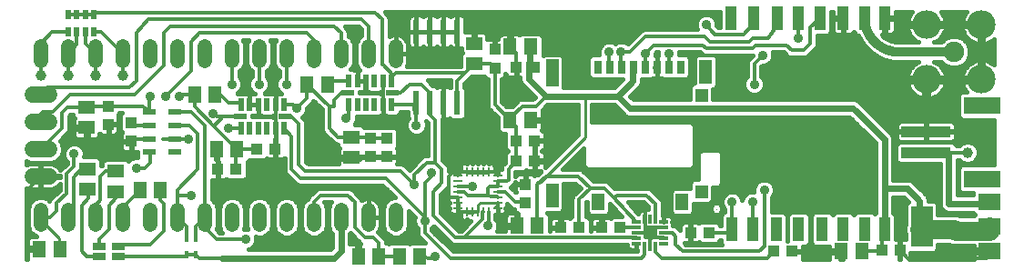
<source format=gtl>
G75*
%MOIN*%
%OFA0B0*%
%FSLAX25Y25*%
%IPPOS*%
%LPD*%
%AMOC8*
5,1,8,0,0,1.08239X$1,22.5*
%
%ADD10R,0.04724X0.01969*%
%ADD11R,0.03937X0.04331*%
%ADD12R,0.05906X0.05118*%
%ADD13R,0.04331X0.03937*%
%ADD14R,0.05118X0.05906*%
%ADD15R,0.02362X0.08661*%
%ADD16C,0.06000*%
%ADD17R,0.03600X0.01100*%
%ADD18R,0.01100X0.03600*%
%ADD19R,0.02165X0.04528*%
%ADD20R,0.04528X0.02165*%
%ADD21R,0.07900X0.05900*%
%ADD22R,0.07900X0.15000*%
%ADD23R,0.04724X0.02559*%
%ADD24R,0.03200X0.01200*%
%ADD25R,0.01200X0.03200*%
%ADD26C,0.05200*%
%ADD27C,0.00039*%
%ADD28R,0.03150X0.04882*%
%ADD29R,0.04567X0.04921*%
%ADD30R,0.04567X0.04724*%
%ADD31R,0.04528X0.08661*%
%ADD32R,0.04528X0.09843*%
%ADD33R,0.04528X0.05906*%
%ADD34R,0.04200X0.08600*%
%ADD35C,0.07500*%
%ADD36C,0.10500*%
%ADD37R,0.18110X0.03937*%
%ADD38R,0.13386X0.06299*%
%ADD39R,0.01969X0.03543*%
%ADD40R,0.01772X0.02756*%
%ADD41C,0.01600*%
%ADD42C,0.01200*%
%ADD43C,0.03569*%
%ADD44C,0.01000*%
%ADD45C,0.02400*%
%ADD46C,0.03962*%
%ADD47C,0.07000*%
%ADD48C,0.03200*%
D10*
X0058434Y0050668D03*
X0067883Y0050668D03*
X0067883Y0055589D03*
X0058434Y0055589D03*
X0058434Y0060511D03*
X0067883Y0060511D03*
X0067883Y0065432D03*
X0058434Y0065432D03*
D11*
X0051908Y0061396D03*
X0043558Y0060879D03*
X0051908Y0054704D03*
X0043558Y0067571D03*
X0139408Y0055771D03*
X0145658Y0055771D03*
X0145658Y0049079D03*
X0139408Y0049079D03*
X0196283Y0038896D03*
X0196283Y0032204D03*
X0185033Y0081579D03*
X0185033Y0088271D03*
D12*
X0177533Y0090540D03*
X0177533Y0083060D03*
X0132533Y0056165D03*
X0132533Y0048685D03*
X0046283Y0043665D03*
X0035833Y0044440D03*
X0035833Y0036960D03*
X0046283Y0036185D03*
X0035558Y0059660D03*
X0035558Y0067140D03*
D13*
X0097937Y0051800D03*
X0104630Y0051800D03*
X0090255Y0044300D03*
X0083562Y0044300D03*
X0192937Y0047425D03*
X0199630Y0047425D03*
X0199630Y0054925D03*
X0192937Y0054925D03*
X0192937Y0081800D03*
X0199630Y0081800D03*
X0209187Y0023050D03*
X0215880Y0023050D03*
X0224187Y0023050D03*
X0230880Y0023050D03*
X0256687Y0021175D03*
X0263380Y0021175D03*
X0287312Y0014275D03*
X0294005Y0014275D03*
X0326687Y0014925D03*
X0333380Y0014925D03*
D14*
X0319398Y0014300D03*
X0311918Y0014300D03*
X0200648Y0023675D03*
X0193168Y0023675D03*
X0157523Y0012425D03*
X0150043Y0012425D03*
X0142523Y0012425D03*
X0135043Y0012425D03*
X0062523Y0036800D03*
X0055043Y0036800D03*
X0083168Y0051800D03*
X0090648Y0051800D03*
X0082523Y0071800D03*
X0075043Y0071800D03*
X0116293Y0075550D03*
X0123773Y0075550D03*
X0190668Y0062425D03*
X0198148Y0062425D03*
X0198148Y0089300D03*
X0190668Y0089300D03*
X0025690Y0015158D03*
X0018210Y0015158D03*
D15*
X0156283Y0068749D03*
X0161283Y0068749D03*
X0166283Y0068749D03*
X0171283Y0068749D03*
X0171283Y0094851D03*
X0166283Y0094851D03*
X0161283Y0094851D03*
X0156283Y0094851D03*
D16*
X0021783Y0071800D02*
X0015783Y0071800D01*
X0015783Y0061800D02*
X0021783Y0061800D01*
X0021783Y0051800D02*
X0015783Y0051800D01*
X0015783Y0041800D02*
X0021783Y0041800D01*
D17*
X0171539Y0042081D03*
X0171539Y0040112D03*
X0171539Y0038144D03*
X0171539Y0036175D03*
X0171539Y0034206D03*
X0171539Y0032238D03*
X0171539Y0030269D03*
X0186027Y0030269D03*
X0186027Y0032238D03*
X0186027Y0034206D03*
X0186027Y0036175D03*
X0186027Y0038144D03*
X0186027Y0040112D03*
X0186027Y0042081D03*
D18*
X0182720Y0043419D03*
X0180752Y0043419D03*
X0178783Y0043419D03*
X0176815Y0043419D03*
X0174846Y0043419D03*
X0174846Y0028931D03*
X0176815Y0028931D03*
X0178783Y0028931D03*
X0180752Y0028931D03*
X0182720Y0028931D03*
D19*
X0107907Y0059344D03*
X0104758Y0059344D03*
X0101608Y0059344D03*
X0098458Y0059344D03*
X0095309Y0059344D03*
X0092159Y0059344D03*
X0092159Y0068006D03*
X0095309Y0068006D03*
X0098458Y0068006D03*
X0101608Y0068006D03*
X0104758Y0068006D03*
X0107907Y0068006D03*
X0131534Y0068094D03*
X0134684Y0068094D03*
X0137833Y0068094D03*
X0140983Y0068094D03*
X0144133Y0068094D03*
X0147282Y0068094D03*
X0147282Y0076756D03*
X0144133Y0076756D03*
X0140983Y0076756D03*
X0137833Y0076756D03*
X0134684Y0076756D03*
X0131534Y0076756D03*
D20*
X0131141Y0072425D03*
X0147676Y0072425D03*
X0108301Y0063675D03*
X0091766Y0063675D03*
D21*
X0366183Y0032400D03*
X0366183Y0023400D03*
X0366183Y0014400D03*
D22*
X0341383Y0023300D03*
D23*
X0047327Y0016170D03*
X0040240Y0016170D03*
X0040240Y0012430D03*
X0047327Y0012430D03*
D24*
X0236889Y0017238D03*
X0236889Y0019206D03*
X0236889Y0021175D03*
X0236889Y0023144D03*
X0236889Y0025112D03*
X0246928Y0025112D03*
X0246928Y0023144D03*
X0246928Y0021175D03*
X0246928Y0019206D03*
X0246928Y0017238D03*
D25*
X0243877Y0016155D03*
X0241908Y0016155D03*
X0239940Y0016155D03*
X0239940Y0026195D03*
X0241908Y0026195D03*
X0243877Y0026195D03*
D26*
X0148783Y0024200D02*
X0148783Y0029400D01*
X0138783Y0029400D02*
X0138783Y0024200D01*
X0128783Y0024200D02*
X0128783Y0029400D01*
X0118783Y0029400D02*
X0118783Y0024200D01*
X0108783Y0024200D02*
X0108783Y0029400D01*
X0098783Y0029400D02*
X0098783Y0024200D01*
X0088783Y0024200D02*
X0088783Y0029400D01*
X0078783Y0029400D02*
X0078783Y0024200D01*
X0068783Y0024200D02*
X0068783Y0029400D01*
X0058783Y0029400D02*
X0058783Y0024200D01*
X0048783Y0024200D02*
X0048783Y0029400D01*
X0038783Y0029400D02*
X0038783Y0024200D01*
X0028783Y0024200D02*
X0028783Y0029400D01*
X0018783Y0029400D02*
X0018783Y0024200D01*
X0018783Y0084200D02*
X0018783Y0089400D01*
X0028783Y0089400D02*
X0028783Y0084200D01*
X0038783Y0084200D02*
X0038783Y0089400D01*
X0048783Y0089400D02*
X0048783Y0084200D01*
X0058783Y0084200D02*
X0058783Y0089400D01*
X0068783Y0089400D02*
X0068783Y0084200D01*
X0078783Y0084200D02*
X0078783Y0089400D01*
X0088783Y0089400D02*
X0088783Y0084200D01*
X0098783Y0084200D02*
X0098783Y0089400D01*
X0108783Y0089400D02*
X0108783Y0084200D01*
X0118783Y0084200D02*
X0118783Y0089400D01*
X0128783Y0089400D02*
X0128783Y0084200D01*
X0138783Y0084200D02*
X0138783Y0089400D01*
X0148783Y0089400D02*
X0148783Y0084200D01*
D27*
X0266067Y0029930D02*
X0266224Y0029930D01*
D28*
X0253075Y0081898D03*
X0248744Y0081898D03*
X0244413Y0081898D03*
X0240082Y0081898D03*
X0235752Y0081898D03*
X0231421Y0081898D03*
X0227090Y0081898D03*
X0222760Y0081898D03*
D29*
X0260712Y0071544D03*
D30*
X0260712Y0036269D03*
D31*
X0206067Y0034772D03*
X0262287Y0080127D03*
D32*
X0206067Y0079615D03*
D33*
X0222996Y0032489D03*
X0253626Y0032450D03*
D34*
X0271790Y0022425D03*
X0279664Y0022425D03*
X0288040Y0022425D03*
X0296288Y0022425D03*
X0304787Y0022425D03*
X0312661Y0022425D03*
X0320535Y0022425D03*
X0327784Y0022425D03*
X0327784Y0099792D03*
X0320535Y0099792D03*
X0312661Y0099792D03*
X0304162Y0099792D03*
X0296288Y0099792D03*
X0288414Y0099792D03*
X0279915Y0099792D03*
X0271539Y0099792D03*
D35*
X0353158Y0087425D03*
D36*
X0343119Y0077386D03*
X0363197Y0077386D03*
X0363197Y0097464D03*
X0343119Y0097464D03*
D37*
X0342966Y0058237D03*
X0342966Y0050363D03*
D38*
X0363439Y0040914D03*
X0363439Y0067686D03*
D39*
X0038244Y0094771D03*
X0035094Y0094771D03*
X0031945Y0094771D03*
X0028795Y0094771D03*
X0028795Y0101071D03*
X0031945Y0101071D03*
X0035094Y0101071D03*
X0038244Y0101071D03*
D40*
X0072208Y0019226D03*
X0075358Y0019226D03*
X0075358Y0013124D03*
X0072208Y0013124D03*
D41*
X0013583Y0011600D02*
X0013583Y0037534D01*
X0013941Y0037352D01*
X0014659Y0037118D01*
X0015405Y0037000D01*
X0018583Y0037000D01*
X0018583Y0041600D01*
X0018983Y0041600D01*
X0018983Y0037000D01*
X0022161Y0037000D01*
X0022907Y0037118D01*
X0023626Y0037352D01*
X0024299Y0037695D01*
X0024910Y0038139D01*
X0025445Y0038673D01*
X0025683Y0039002D01*
X0025683Y0036738D01*
X0022960Y0034225D01*
X0022910Y0034204D01*
X0022582Y0033875D01*
X0022240Y0033560D01*
X0022217Y0033511D01*
X0022179Y0033473D01*
X0022001Y0033043D01*
X0021889Y0032800D01*
X0021389Y0033300D01*
X0019698Y0034000D01*
X0017868Y0034000D01*
X0016178Y0033300D01*
X0014884Y0032006D01*
X0014183Y0030315D01*
X0014183Y0023285D01*
X0014884Y0021594D01*
X0016178Y0020300D01*
X0017117Y0019911D01*
X0015414Y0019911D01*
X0014956Y0019788D01*
X0014545Y0019551D01*
X0014210Y0019216D01*
X0013973Y0018806D01*
X0013851Y0018348D01*
X0013851Y0015638D01*
X0017730Y0015638D01*
X0017730Y0014679D01*
X0013851Y0014679D01*
X0013851Y0011969D01*
X0013949Y0011600D01*
X0013583Y0011600D01*
X0013583Y0013194D02*
X0013851Y0013194D01*
X0013583Y0014793D02*
X0017730Y0014793D01*
X0013851Y0016391D02*
X0013583Y0016391D01*
X0013583Y0017990D02*
X0013851Y0017990D01*
X0013583Y0019588D02*
X0014609Y0019588D01*
X0015291Y0021187D02*
X0013583Y0021187D01*
X0013583Y0022785D02*
X0014390Y0022785D01*
X0014183Y0024384D02*
X0013583Y0024384D01*
X0013583Y0025982D02*
X0014183Y0025982D01*
X0014183Y0027581D02*
X0013583Y0027581D01*
X0013583Y0029179D02*
X0014183Y0029179D01*
X0014375Y0030778D02*
X0013583Y0030778D01*
X0013583Y0032376D02*
X0015254Y0032376D01*
X0013583Y0033975D02*
X0017807Y0033975D01*
X0019759Y0033975D02*
X0022681Y0033975D01*
X0024421Y0035573D02*
X0013583Y0035573D01*
X0013583Y0037172D02*
X0014495Y0037172D01*
X0018583Y0037172D02*
X0018983Y0037172D01*
X0023072Y0037172D02*
X0025683Y0037172D01*
X0025683Y0038770D02*
X0025515Y0038770D01*
X0025683Y0041600D02*
X0018983Y0041600D01*
X0018983Y0042000D01*
X0018583Y0042000D01*
X0018583Y0046600D01*
X0015405Y0046600D01*
X0014659Y0046482D01*
X0013941Y0046248D01*
X0013583Y0046066D01*
X0013583Y0047299D01*
X0014789Y0046800D01*
X0022778Y0046800D01*
X0024616Y0047561D01*
X0026022Y0048968D01*
X0026783Y0050805D01*
X0026783Y0052795D01*
X0026022Y0054632D01*
X0025757Y0054897D01*
X0027956Y0057096D01*
X0028687Y0057827D01*
X0029083Y0058783D01*
X0029083Y0063923D01*
X0029700Y0064540D01*
X0030606Y0064540D01*
X0030606Y0063753D01*
X0031117Y0063241D01*
X0030928Y0062914D01*
X0030806Y0062456D01*
X0030806Y0060139D01*
X0035079Y0060139D01*
X0035079Y0059180D01*
X0036038Y0059180D01*
X0036038Y0055301D01*
X0038748Y0055301D01*
X0039206Y0055423D01*
X0039616Y0055660D01*
X0039951Y0055996D01*
X0040188Y0056406D01*
X0040311Y0056864D01*
X0040311Y0057446D01*
X0040485Y0057273D01*
X0040895Y0057036D01*
X0041353Y0056913D01*
X0043374Y0056913D01*
X0043374Y0060694D01*
X0043743Y0060694D01*
X0043743Y0061063D01*
X0047327Y0061063D01*
X0047327Y0063281D01*
X0047204Y0063739D01*
X0047015Y0064066D01*
X0047527Y0064578D01*
X0047527Y0064971D01*
X0048521Y0064971D01*
X0047940Y0064390D01*
X0047940Y0058403D01*
X0048451Y0057891D01*
X0048262Y0057564D01*
X0048140Y0057106D01*
X0048140Y0054888D01*
X0051724Y0054888D01*
X0051724Y0054519D01*
X0052093Y0054519D01*
X0052093Y0050738D01*
X0054072Y0050738D01*
X0054072Y0048855D01*
X0054218Y0048709D01*
X0053031Y0048709D01*
X0051640Y0048133D01*
X0050898Y0047391D01*
X0050064Y0048224D01*
X0042502Y0048224D01*
X0041331Y0047053D01*
X0041331Y0045991D01*
X0041060Y0045879D01*
X0040786Y0045605D01*
X0040786Y0047828D01*
X0039614Y0048999D01*
X0034665Y0048999D01*
X0034768Y0049247D01*
X0034768Y0050753D01*
X0034191Y0052144D01*
X0033127Y0053208D01*
X0031736Y0053784D01*
X0030231Y0053784D01*
X0028840Y0053208D01*
X0027775Y0052144D01*
X0027199Y0050753D01*
X0027199Y0049247D01*
X0027775Y0047856D01*
X0028383Y0047248D01*
X0028383Y0046577D01*
X0026079Y0044273D01*
X0026003Y0044090D01*
X0025889Y0044316D01*
X0025445Y0044927D01*
X0024910Y0045461D01*
X0024299Y0045905D01*
X0023626Y0046248D01*
X0022907Y0046482D01*
X0022161Y0046600D01*
X0018983Y0046600D01*
X0018983Y0042000D01*
X0025683Y0042000D01*
X0025683Y0041600D01*
X0025683Y0041967D02*
X0018983Y0041967D01*
X0018983Y0040369D02*
X0018583Y0040369D01*
X0018583Y0038770D02*
X0018983Y0038770D01*
X0018983Y0043566D02*
X0018583Y0043566D01*
X0018583Y0045164D02*
X0018983Y0045164D01*
X0013583Y0046763D02*
X0028383Y0046763D01*
X0027566Y0048361D02*
X0025416Y0048361D01*
X0026433Y0049960D02*
X0027199Y0049960D01*
X0027533Y0051558D02*
X0026783Y0051558D01*
X0026633Y0053157D02*
X0028788Y0053157D01*
X0033178Y0053157D02*
X0048140Y0053157D01*
X0048140Y0052301D02*
X0048262Y0051843D01*
X0048499Y0051433D01*
X0048835Y0051098D01*
X0049245Y0050861D01*
X0049703Y0050738D01*
X0051724Y0050738D01*
X0051724Y0054519D01*
X0048140Y0054519D01*
X0048140Y0052301D01*
X0048427Y0051558D02*
X0034434Y0051558D01*
X0034768Y0049960D02*
X0054072Y0049960D01*
X0052191Y0048361D02*
X0040252Y0048361D01*
X0040786Y0046763D02*
X0041331Y0046763D01*
X0051724Y0051558D02*
X0052093Y0051558D01*
X0052093Y0053157D02*
X0051724Y0053157D01*
X0051724Y0054755D02*
X0025899Y0054755D01*
X0027214Y0056354D02*
X0030958Y0056354D01*
X0030928Y0056406D02*
X0031165Y0055996D01*
X0031500Y0055660D01*
X0031911Y0055423D01*
X0032369Y0055301D01*
X0035079Y0055301D01*
X0035079Y0059180D01*
X0030806Y0059180D01*
X0030806Y0056864D01*
X0030928Y0056406D01*
X0035079Y0056354D02*
X0036038Y0056354D01*
X0040158Y0056354D02*
X0048140Y0056354D01*
X0046967Y0057608D02*
X0047204Y0058018D01*
X0047327Y0058476D01*
X0047327Y0060694D01*
X0043743Y0060694D01*
X0043743Y0056913D01*
X0045764Y0056913D01*
X0046222Y0057036D01*
X0046632Y0057273D01*
X0046967Y0057608D01*
X0047166Y0057952D02*
X0048390Y0057952D01*
X0047940Y0059551D02*
X0047327Y0059551D01*
X0047327Y0061149D02*
X0047940Y0061149D01*
X0043743Y0059551D02*
X0043374Y0059551D01*
X0043374Y0057952D02*
X0043743Y0057952D01*
X0036038Y0057952D02*
X0035079Y0057952D01*
X0035079Y0059551D02*
X0029083Y0059551D01*
X0029083Y0061149D02*
X0030806Y0061149D01*
X0030884Y0062748D02*
X0029083Y0062748D01*
X0029507Y0064346D02*
X0030606Y0064346D01*
X0047295Y0064346D02*
X0047940Y0064346D01*
X0047940Y0062748D02*
X0047327Y0062748D01*
X0030806Y0057952D02*
X0028739Y0057952D01*
X0026971Y0045164D02*
X0025207Y0045164D01*
X0081383Y0040531D02*
X0081383Y0033302D01*
X0081389Y0033300D01*
X0082683Y0032006D01*
X0083383Y0030315D01*
X0083383Y0023285D01*
X0083044Y0022466D01*
X0084260Y0021250D01*
X0085228Y0021250D01*
X0084884Y0021594D01*
X0084183Y0023285D01*
X0084183Y0030315D01*
X0084884Y0032006D01*
X0086178Y0033300D01*
X0087868Y0034000D01*
X0089698Y0034000D01*
X0091389Y0033300D01*
X0092683Y0032006D01*
X0093383Y0030315D01*
X0093383Y0023285D01*
X0093031Y0022434D01*
X0094536Y0022434D01*
X0094183Y0023285D01*
X0094183Y0030315D01*
X0094884Y0032006D01*
X0096178Y0033300D01*
X0097868Y0034000D01*
X0099698Y0034000D01*
X0101389Y0033300D01*
X0102683Y0032006D01*
X0103383Y0030315D01*
X0103383Y0023285D01*
X0102683Y0021594D01*
X0101389Y0020300D01*
X0099698Y0019600D01*
X0097868Y0019600D01*
X0097407Y0019791D01*
X0097568Y0019403D01*
X0097568Y0017897D01*
X0096991Y0016506D01*
X0095927Y0015442D01*
X0094860Y0015000D01*
X0124958Y0015000D01*
X0125583Y0015625D01*
X0125583Y0020895D01*
X0124884Y0021594D01*
X0124183Y0023285D01*
X0124183Y0030315D01*
X0124884Y0032006D01*
X0125203Y0032325D01*
X0122364Y0032325D01*
X0122683Y0032006D01*
X0123383Y0030315D01*
X0123383Y0023285D01*
X0122683Y0021594D01*
X0121389Y0020300D01*
X0119698Y0019600D01*
X0117868Y0019600D01*
X0116178Y0020300D01*
X0114884Y0021594D01*
X0114183Y0023285D01*
X0114183Y0030315D01*
X0114884Y0032006D01*
X0116178Y0033300D01*
X0116363Y0033377D01*
X0116579Y0033898D01*
X0117310Y0034629D01*
X0117311Y0034629D01*
X0119810Y0037129D01*
X0120766Y0037525D01*
X0131800Y0037525D01*
X0132756Y0037129D01*
X0135987Y0033898D01*
X0136335Y0033060D01*
X0136477Y0033163D01*
X0137094Y0033478D01*
X0137753Y0033692D01*
X0138437Y0033800D01*
X0138783Y0033800D01*
X0138783Y0026800D01*
X0138783Y0026800D01*
X0138783Y0033800D01*
X0139130Y0033800D01*
X0139814Y0033692D01*
X0140472Y0033478D01*
X0141089Y0033163D01*
X0141650Y0032756D01*
X0142139Y0032266D01*
X0142546Y0031706D01*
X0142861Y0031089D01*
X0143075Y0030430D01*
X0143183Y0029746D01*
X0143183Y0026800D01*
X0138783Y0026800D01*
X0138783Y0026800D01*
X0143183Y0026800D01*
X0143183Y0023854D01*
X0143075Y0023170D01*
X0142861Y0022511D01*
X0142546Y0021894D01*
X0142208Y0021428D01*
X0144006Y0019629D01*
X0144737Y0018898D01*
X0145133Y0017942D01*
X0145133Y0017378D01*
X0145911Y0017378D01*
X0146283Y0017005D01*
X0146656Y0017378D01*
X0153431Y0017378D01*
X0153783Y0017025D01*
X0154136Y0017378D01*
X0159529Y0017378D01*
X0157204Y0019702D01*
X0156808Y0020658D01*
X0156808Y0022798D01*
X0156200Y0023406D01*
X0155624Y0024797D01*
X0155624Y0026303D01*
X0155801Y0026730D01*
X0153383Y0029148D01*
X0153383Y0023285D01*
X0152683Y0021594D01*
X0151389Y0020300D01*
X0149698Y0019600D01*
X0147868Y0019600D01*
X0146178Y0020300D01*
X0144884Y0021594D01*
X0144183Y0023285D01*
X0144183Y0030315D01*
X0144884Y0032006D01*
X0146178Y0033300D01*
X0147868Y0034000D01*
X0148531Y0034000D01*
X0143956Y0038575D01*
X0113266Y0038575D01*
X0112310Y0038971D01*
X0111579Y0039702D01*
X0108454Y0042827D01*
X0108058Y0043783D01*
X0108058Y0048549D01*
X0107900Y0048391D01*
X0107490Y0048154D01*
X0107032Y0048031D01*
X0104814Y0048031D01*
X0104814Y0051616D01*
X0104445Y0051616D01*
X0104445Y0048031D01*
X0102227Y0048031D01*
X0101770Y0048154D01*
X0101442Y0048343D01*
X0100931Y0047831D01*
X0095020Y0047831D01*
X0094353Y0047164D01*
X0094420Y0047097D01*
X0094420Y0041503D01*
X0093249Y0040331D01*
X0087261Y0040331D01*
X0086749Y0040843D01*
X0086422Y0040654D01*
X0085964Y0040531D01*
X0083746Y0040531D01*
X0083746Y0044116D01*
X0083378Y0044116D01*
X0083378Y0040531D01*
X0081383Y0040531D01*
X0081383Y0040369D02*
X0087224Y0040369D01*
X0083746Y0041967D02*
X0083378Y0041967D01*
X0083378Y0043566D02*
X0083746Y0043566D01*
X0083746Y0044484D02*
X0083378Y0044484D01*
X0083378Y0048068D01*
X0082689Y0048068D01*
X0082689Y0051320D01*
X0083648Y0051320D01*
X0083648Y0047047D01*
X0083746Y0047047D01*
X0083746Y0044484D01*
X0083746Y0045164D02*
X0083378Y0045164D01*
X0083378Y0046763D02*
X0083746Y0046763D01*
X0083648Y0048361D02*
X0082689Y0048361D01*
X0082689Y0049960D02*
X0083648Y0049960D01*
X0094420Y0046763D02*
X0108058Y0046763D01*
X0108058Y0048361D02*
X0107849Y0048361D01*
X0104814Y0048361D02*
X0104445Y0048361D01*
X0104445Y0049960D02*
X0104814Y0049960D01*
X0104814Y0051558D02*
X0104445Y0051558D01*
X0104445Y0051984D02*
X0104445Y0055281D01*
X0104758Y0055281D01*
X0104758Y0059344D01*
X0104758Y0059344D01*
X0104758Y0055281D01*
X0104814Y0055281D01*
X0104814Y0051984D01*
X0104445Y0051984D01*
X0104445Y0053157D02*
X0104814Y0053157D01*
X0104814Y0054755D02*
X0104445Y0054755D01*
X0104758Y0056354D02*
X0104758Y0056354D01*
X0104758Y0057952D02*
X0104758Y0057952D01*
X0115758Y0057952D02*
X0122152Y0057952D01*
X0122204Y0057827D02*
X0121808Y0058783D01*
X0121808Y0066358D01*
X0118668Y0069498D01*
X0118497Y0069087D01*
X0116318Y0066907D01*
X0116318Y0066047D01*
X0115741Y0064656D01*
X0114677Y0063592D01*
X0114494Y0063516D01*
X0115362Y0062648D01*
X0115758Y0061692D01*
X0115758Y0047252D01*
X0116735Y0046275D01*
X0127781Y0046275D01*
X0127781Y0048205D01*
X0132054Y0048205D01*
X0132054Y0049164D01*
X0127781Y0049164D01*
X0127781Y0051481D01*
X0127903Y0051939D01*
X0128092Y0052266D01*
X0127581Y0052778D01*
X0127581Y0053565D01*
X0127026Y0053565D01*
X0126070Y0053961D01*
X0122935Y0057096D01*
X0122204Y0057827D01*
X0123677Y0056354D02*
X0115758Y0056354D01*
X0115758Y0054755D02*
X0125276Y0054755D01*
X0127581Y0053157D02*
X0115758Y0053157D01*
X0115758Y0051558D02*
X0127801Y0051558D01*
X0127781Y0049960D02*
X0115758Y0049960D01*
X0115758Y0048361D02*
X0132054Y0048361D01*
X0133013Y0048361D02*
X0135640Y0048361D01*
X0135640Y0048205D02*
X0133013Y0048205D01*
X0133013Y0049164D01*
X0137286Y0049164D01*
X0137286Y0049263D01*
X0139224Y0049263D01*
X0139224Y0048894D01*
X0135640Y0048894D01*
X0135640Y0048205D01*
X0139593Y0048894D02*
X0139593Y0049263D01*
X0141890Y0049263D01*
X0145474Y0049263D01*
X0145474Y0048894D01*
X0139593Y0048894D01*
X0145843Y0048894D02*
X0145843Y0049263D01*
X0149427Y0049263D01*
X0149427Y0051481D01*
X0149304Y0051939D01*
X0149115Y0052266D01*
X0149627Y0052778D01*
X0149627Y0058765D01*
X0148455Y0059937D01*
X0142861Y0059937D01*
X0142533Y0059609D01*
X0142205Y0059937D01*
X0137102Y0059937D01*
X0136314Y0060724D01*
X0133684Y0060724D01*
X0133866Y0060906D01*
X0134443Y0062297D01*
X0134443Y0063803D01*
X0134431Y0063831D01*
X0142894Y0063831D01*
X0143094Y0064031D01*
X0144133Y0064031D01*
X0145171Y0064031D01*
X0145371Y0063831D01*
X0149193Y0063831D01*
X0150365Y0065002D01*
X0150365Y0065494D01*
X0153102Y0065494D01*
X0153102Y0063590D01*
X0153537Y0063155D01*
X0153075Y0062694D01*
X0152499Y0061303D01*
X0152499Y0059797D01*
X0153075Y0058406D01*
X0154140Y0057342D01*
X0155531Y0056766D01*
X0157036Y0056766D01*
X0158427Y0057342D01*
X0159491Y0058406D01*
X0160068Y0059797D01*
X0160068Y0061303D01*
X0159688Y0062218D01*
X0160558Y0061348D01*
X0160558Y0049400D01*
X0159516Y0049400D01*
X0158560Y0049004D01*
X0157829Y0048273D01*
X0153783Y0044227D01*
X0152131Y0045879D01*
X0151175Y0046275D01*
X0149319Y0046275D01*
X0149427Y0046676D01*
X0149427Y0048894D01*
X0145843Y0048894D01*
X0149427Y0048361D02*
X0157918Y0048361D01*
X0156319Y0046763D02*
X0149427Y0046763D01*
X0149427Y0049960D02*
X0160558Y0049960D01*
X0165758Y0049960D02*
X0188771Y0049960D01*
X0188771Y0050222D02*
X0188771Y0046937D01*
X0187829Y0045994D01*
X0187433Y0045039D01*
X0187433Y0044430D01*
X0186027Y0044430D01*
X0185070Y0044430D01*
X0185070Y0045456D01*
X0184948Y0045914D01*
X0184711Y0046324D01*
X0184376Y0046659D01*
X0183965Y0046896D01*
X0183507Y0047019D01*
X0182720Y0047019D01*
X0181933Y0047019D01*
X0181736Y0046966D01*
X0181539Y0047019D01*
X0180752Y0047019D01*
X0180752Y0046346D01*
X0180752Y0046346D01*
X0180752Y0046346D01*
X0180752Y0047019D01*
X0179965Y0047019D01*
X0179768Y0046966D01*
X0179570Y0047019D01*
X0178783Y0047019D01*
X0177996Y0047019D01*
X0177799Y0046966D01*
X0177602Y0047019D01*
X0176815Y0047019D01*
X0176815Y0046346D01*
X0176815Y0046346D01*
X0176815Y0046346D01*
X0176815Y0047019D01*
X0176028Y0047019D01*
X0175831Y0046966D01*
X0175633Y0047019D01*
X0174846Y0047019D01*
X0174059Y0047019D01*
X0173601Y0046896D01*
X0173191Y0046659D01*
X0172856Y0046324D01*
X0172619Y0045914D01*
X0172496Y0045456D01*
X0172496Y0044430D01*
X0171539Y0044430D01*
X0169502Y0044430D01*
X0169044Y0044308D01*
X0168634Y0044071D01*
X0168299Y0043736D01*
X0168258Y0043665D01*
X0168258Y0044817D01*
X0167862Y0045773D01*
X0167131Y0046504D01*
X0165758Y0047877D01*
X0165758Y0062618D01*
X0166283Y0062618D01*
X0166283Y0068749D01*
X0166283Y0074880D01*
X0164865Y0074880D01*
X0164407Y0074757D01*
X0163997Y0074520D01*
X0163925Y0074448D01*
X0163293Y0075080D01*
X0162306Y0075080D01*
X0160368Y0077017D01*
X0168683Y0077017D01*
X0168683Y0074489D01*
X0168642Y0074448D01*
X0168570Y0074520D01*
X0168159Y0074757D01*
X0167701Y0074880D01*
X0166283Y0074880D01*
X0166283Y0068749D01*
X0166283Y0068749D01*
X0166283Y0068749D01*
X0166283Y0062618D01*
X0167701Y0062618D01*
X0168159Y0062741D01*
X0168570Y0062978D01*
X0168642Y0063050D01*
X0169274Y0062418D01*
X0173293Y0062418D01*
X0174464Y0063590D01*
X0174464Y0073908D01*
X0173883Y0074489D01*
X0173883Y0075733D01*
X0175564Y0077413D01*
X0176651Y0078501D01*
X0181149Y0078501D01*
X0182236Y0077413D01*
X0182433Y0077413D01*
X0182433Y0067543D01*
X0182829Y0066587D01*
X0186109Y0063307D01*
X0186109Y0058644D01*
X0187281Y0057472D01*
X0188771Y0057472D01*
X0188771Y0052128D01*
X0189725Y0051175D01*
X0188771Y0050222D01*
X0189341Y0051558D02*
X0165758Y0051558D01*
X0165758Y0053157D02*
X0188771Y0053157D01*
X0188771Y0054755D02*
X0165758Y0054755D01*
X0165758Y0056354D02*
X0188771Y0056354D01*
X0186801Y0057952D02*
X0165758Y0057952D01*
X0165758Y0059551D02*
X0186109Y0059551D01*
X0186109Y0061149D02*
X0165758Y0061149D01*
X0160558Y0061149D02*
X0160068Y0061149D01*
X0159965Y0059551D02*
X0160558Y0059551D01*
X0160558Y0057952D02*
X0159037Y0057952D01*
X0153529Y0057952D02*
X0149627Y0057952D01*
X0148841Y0059551D02*
X0152601Y0059551D01*
X0152499Y0061149D02*
X0133967Y0061149D01*
X0134443Y0062748D02*
X0153129Y0062748D01*
X0153102Y0064346D02*
X0149709Y0064346D01*
X0144133Y0064346D02*
X0144133Y0064346D01*
X0144133Y0064031D02*
X0144133Y0068094D01*
X0144133Y0068094D01*
X0144133Y0064031D01*
X0144133Y0065945D02*
X0144133Y0065945D01*
X0144133Y0067543D02*
X0144133Y0067543D01*
X0143412Y0072158D02*
X0143094Y0072158D01*
X0142894Y0072358D01*
X0135404Y0072358D01*
X0135404Y0072692D01*
X0136004Y0072692D01*
X0136259Y0072760D01*
X0136514Y0072692D01*
X0137833Y0072692D01*
X0137833Y0076756D01*
X0137833Y0076756D01*
X0134951Y0076756D01*
X0134684Y0076756D01*
X0134684Y0076756D01*
X0134684Y0080819D01*
X0135658Y0080819D01*
X0134884Y0081594D01*
X0134183Y0083285D01*
X0134183Y0090315D01*
X0134884Y0092006D01*
X0136178Y0093300D01*
X0136183Y0093302D01*
X0136183Y0095723D01*
X0135206Y0096700D01*
X0130060Y0096700D01*
X0130987Y0095773D01*
X0131383Y0094817D01*
X0131383Y0093302D01*
X0131389Y0093300D01*
X0132683Y0092006D01*
X0133383Y0090315D01*
X0133383Y0083285D01*
X0132683Y0081594D01*
X0132108Y0081019D01*
X0133445Y0081019D01*
X0133645Y0080819D01*
X0134684Y0080819D01*
X0134684Y0076756D01*
X0134684Y0076756D01*
X0137833Y0076756D01*
X0137834Y0076756D01*
X0137834Y0072692D01*
X0138872Y0072692D01*
X0139072Y0072492D01*
X0142894Y0072492D01*
X0143094Y0072692D01*
X0143412Y0072692D01*
X0143412Y0072158D01*
X0143412Y0072339D02*
X0142913Y0072339D01*
X0137834Y0073937D02*
X0137833Y0073937D01*
X0137833Y0075536D02*
X0137834Y0075536D01*
X0134684Y0077134D02*
X0134684Y0077134D01*
X0134684Y0078733D02*
X0134684Y0078733D01*
X0134684Y0080332D02*
X0134684Y0080332D01*
X0134745Y0081930D02*
X0132822Y0081930D01*
X0133383Y0083529D02*
X0134183Y0083529D01*
X0134183Y0085127D02*
X0133383Y0085127D01*
X0133383Y0086726D02*
X0134183Y0086726D01*
X0134183Y0088324D02*
X0133383Y0088324D01*
X0133383Y0089923D02*
X0134183Y0089923D01*
X0134683Y0091521D02*
X0132884Y0091521D01*
X0131569Y0093120D02*
X0135998Y0093120D01*
X0136183Y0094718D02*
X0131383Y0094718D01*
X0130444Y0096317D02*
X0135590Y0096317D01*
X0146383Y0096317D02*
X0153302Y0096317D01*
X0153302Y0094851D02*
X0156283Y0094851D01*
X0153302Y0094851D01*
X0153302Y0090283D01*
X0153425Y0089826D01*
X0153662Y0089415D01*
X0153997Y0089080D01*
X0154407Y0088843D01*
X0154865Y0088720D01*
X0156283Y0088720D01*
X0156283Y0094851D01*
X0156283Y0094851D01*
X0156283Y0094851D01*
X0156283Y0088720D01*
X0157701Y0088720D01*
X0158159Y0088843D01*
X0158570Y0089080D01*
X0158783Y0089294D01*
X0158997Y0089080D01*
X0159407Y0088843D01*
X0159865Y0088720D01*
X0161283Y0088720D01*
X0161283Y0094851D01*
X0156283Y0094851D01*
X0156283Y0100982D01*
X0154865Y0100982D01*
X0154407Y0100859D01*
X0153997Y0100622D01*
X0153662Y0100287D01*
X0153425Y0099877D01*
X0153302Y0099419D01*
X0153302Y0094851D01*
X0153302Y0094718D02*
X0146383Y0094718D01*
X0147094Y0093478D02*
X0146477Y0093163D01*
X0146383Y0093095D01*
X0146383Y0099807D01*
X0145987Y0100763D01*
X0145256Y0101494D01*
X0144790Y0101961D01*
X0267439Y0101961D01*
X0267439Y0096275D01*
X0266876Y0096275D01*
X0266318Y0096945D01*
X0266318Y0098178D01*
X0265741Y0099569D01*
X0264677Y0100633D01*
X0263286Y0101209D01*
X0261781Y0101209D01*
X0260390Y0100633D01*
X0259325Y0099569D01*
X0258749Y0098178D01*
X0258749Y0096672D01*
X0259172Y0095650D01*
X0239516Y0095650D01*
X0238560Y0095254D01*
X0237829Y0094523D01*
X0237829Y0094523D01*
X0233683Y0090377D01*
X0233427Y0090633D01*
X0232036Y0091209D01*
X0230531Y0091209D01*
X0229140Y0090633D01*
X0229096Y0090589D01*
X0229052Y0090633D01*
X0227661Y0091209D01*
X0226156Y0091209D01*
X0224765Y0090633D01*
X0223700Y0089569D01*
X0223124Y0088178D01*
X0223124Y0086672D01*
X0223262Y0086339D01*
X0220356Y0086339D01*
X0219185Y0085168D01*
X0219185Y0078629D01*
X0220356Y0077457D01*
X0231790Y0077457D01*
X0228708Y0074375D01*
X0210331Y0074375D01*
X0210331Y0085365D01*
X0209159Y0086536D01*
X0202975Y0086536D01*
X0202707Y0086269D01*
X0202707Y0093081D01*
X0201536Y0094253D01*
X0194761Y0094253D01*
X0194249Y0093741D01*
X0193922Y0093930D01*
X0193464Y0094053D01*
X0191148Y0094053D01*
X0191148Y0089780D01*
X0190189Y0089780D01*
X0190189Y0094053D01*
X0187872Y0094053D01*
X0187414Y0093930D01*
X0187004Y0093693D01*
X0186669Y0093358D01*
X0186432Y0092948D01*
X0186309Y0092490D01*
X0186309Y0092237D01*
X0185218Y0092237D01*
X0185218Y0088456D01*
X0184849Y0088456D01*
X0184849Y0092237D01*
X0182828Y0092237D01*
X0182370Y0092114D01*
X0182286Y0092066D01*
X0182286Y0093336D01*
X0182163Y0093794D01*
X0181926Y0094204D01*
X0181591Y0094540D01*
X0181181Y0094777D01*
X0180723Y0094899D01*
X0178013Y0094899D01*
X0178013Y0091020D01*
X0177054Y0091020D01*
X0177054Y0094899D01*
X0174344Y0094899D01*
X0174264Y0094878D01*
X0174264Y0099419D01*
X0174142Y0099877D01*
X0173905Y0100287D01*
X0173570Y0100622D01*
X0173159Y0100859D01*
X0172701Y0100982D01*
X0171283Y0100982D01*
X0169865Y0100982D01*
X0169407Y0100859D01*
X0168997Y0100622D01*
X0168783Y0100409D01*
X0168570Y0100622D01*
X0168159Y0100859D01*
X0167701Y0100982D01*
X0166283Y0100982D01*
X0164865Y0100982D01*
X0164407Y0100859D01*
X0163997Y0100622D01*
X0163783Y0100409D01*
X0163570Y0100622D01*
X0163159Y0100859D01*
X0162701Y0100982D01*
X0161283Y0100982D01*
X0159865Y0100982D01*
X0159407Y0100859D01*
X0158997Y0100622D01*
X0158783Y0100409D01*
X0158570Y0100622D01*
X0158159Y0100859D01*
X0157701Y0100982D01*
X0156283Y0100982D01*
X0156283Y0094851D01*
X0156283Y0094851D01*
X0156283Y0094851D01*
X0159264Y0094851D01*
X0161283Y0094851D01*
X0161283Y0094851D01*
X0161283Y0094851D01*
X0161283Y0088720D01*
X0162701Y0088720D01*
X0163159Y0088843D01*
X0163570Y0089080D01*
X0163783Y0089294D01*
X0163997Y0089080D01*
X0164407Y0088843D01*
X0164865Y0088720D01*
X0166283Y0088720D01*
X0166283Y0094851D01*
X0161283Y0094851D01*
X0161283Y0100982D01*
X0161283Y0094851D01*
X0161283Y0094851D01*
X0161283Y0094851D01*
X0164264Y0094851D01*
X0166283Y0094851D01*
X0166283Y0094851D01*
X0166283Y0094851D01*
X0166283Y0088720D01*
X0167701Y0088720D01*
X0168159Y0088843D01*
X0168570Y0089080D01*
X0168783Y0089294D01*
X0168997Y0089080D01*
X0169407Y0088843D01*
X0169865Y0088720D01*
X0171283Y0088720D01*
X0171283Y0094851D01*
X0166283Y0094851D01*
X0166283Y0100982D01*
X0166283Y0094851D01*
X0166283Y0094851D01*
X0166283Y0094851D01*
X0169264Y0094851D01*
X0171283Y0094851D01*
X0171283Y0094851D01*
X0171283Y0094851D01*
X0171283Y0088720D01*
X0172701Y0088720D01*
X0172781Y0088742D01*
X0172781Y0087744D01*
X0172903Y0087286D01*
X0173092Y0086959D01*
X0172581Y0086447D01*
X0172581Y0082217D01*
X0152711Y0082217D01*
X0152861Y0082511D01*
X0153075Y0083170D01*
X0153183Y0083854D01*
X0153183Y0086800D01*
X0153183Y0089746D01*
X0153075Y0090430D01*
X0152861Y0091089D01*
X0152546Y0091706D01*
X0152139Y0092266D01*
X0151650Y0092756D01*
X0151089Y0093163D01*
X0150472Y0093478D01*
X0149814Y0093692D01*
X0149130Y0093800D01*
X0148783Y0093800D01*
X0148437Y0093800D01*
X0147753Y0093692D01*
X0147094Y0093478D01*
X0146417Y0093120D02*
X0146383Y0093120D01*
X0148783Y0093120D02*
X0148783Y0093120D01*
X0148783Y0093800D02*
X0148783Y0086800D01*
X0148783Y0086800D01*
X0148783Y0093800D01*
X0151149Y0093120D02*
X0153302Y0093120D01*
X0153302Y0091521D02*
X0152641Y0091521D01*
X0153155Y0089923D02*
X0153399Y0089923D01*
X0156283Y0089923D02*
X0156283Y0089923D01*
X0156283Y0091521D02*
X0156283Y0091521D01*
X0156283Y0093120D02*
X0156283Y0093120D01*
X0161283Y0093120D02*
X0161283Y0093120D01*
X0161283Y0091521D02*
X0161283Y0091521D01*
X0161283Y0089923D02*
X0161283Y0089923D01*
X0166283Y0089923D02*
X0166283Y0089923D01*
X0166283Y0091521D02*
X0166283Y0091521D01*
X0166283Y0093120D02*
X0166283Y0093120D01*
X0171283Y0093120D02*
X0171283Y0093120D01*
X0171283Y0091521D02*
X0171283Y0091521D01*
X0171283Y0089923D02*
X0171283Y0089923D01*
X0172781Y0088324D02*
X0153183Y0088324D01*
X0153183Y0086800D02*
X0148783Y0086800D01*
X0148783Y0086800D01*
X0153183Y0086800D01*
X0153183Y0086726D02*
X0172859Y0086726D01*
X0172581Y0085127D02*
X0153183Y0085127D01*
X0153132Y0083529D02*
X0172581Y0083529D01*
X0187830Y0077413D02*
X0189002Y0078585D01*
X0189002Y0079481D01*
X0189094Y0079137D01*
X0189331Y0078726D01*
X0189666Y0078391D01*
X0190077Y0078154D01*
X0190534Y0078031D01*
X0192753Y0078031D01*
X0192753Y0081616D01*
X0193121Y0081616D01*
X0193121Y0078031D01*
X0194323Y0078031D01*
X0194323Y0076798D01*
X0194811Y0075622D01*
X0199682Y0070751D01*
X0198956Y0070025D01*
X0194516Y0070025D01*
X0193560Y0069629D01*
X0192829Y0068898D01*
X0191309Y0067378D01*
X0189392Y0067378D01*
X0187633Y0069137D01*
X0187633Y0077413D01*
X0187830Y0077413D01*
X0187633Y0077134D02*
X0194323Y0077134D01*
X0194897Y0075536D02*
X0187633Y0075536D01*
X0187633Y0073937D02*
X0196495Y0073937D01*
X0198094Y0072339D02*
X0187633Y0072339D01*
X0187633Y0070740D02*
X0199672Y0070740D01*
X0193073Y0069142D02*
X0187633Y0069142D01*
X0189227Y0067543D02*
X0191475Y0067543D01*
X0183471Y0065945D02*
X0174464Y0065945D01*
X0174464Y0067543D02*
X0182433Y0067543D01*
X0182433Y0069142D02*
X0174464Y0069142D01*
X0174464Y0070740D02*
X0182433Y0070740D01*
X0182433Y0072339D02*
X0174464Y0072339D01*
X0174435Y0073937D02*
X0182433Y0073937D01*
X0182433Y0075536D02*
X0173883Y0075536D01*
X0175285Y0077134D02*
X0182433Y0077134D01*
X0189002Y0078733D02*
X0189327Y0078733D01*
X0192753Y0078733D02*
X0193121Y0078733D01*
X0193121Y0080332D02*
X0192753Y0080332D01*
X0210331Y0080332D02*
X0219185Y0080332D01*
X0219185Y0078733D02*
X0210331Y0078733D01*
X0210331Y0077134D02*
X0231467Y0077134D01*
X0229869Y0075536D02*
X0210331Y0075536D01*
X0210331Y0081930D02*
X0219185Y0081930D01*
X0219185Y0083529D02*
X0210331Y0083529D01*
X0210331Y0085127D02*
X0219185Y0085127D01*
X0223124Y0086726D02*
X0202707Y0086726D01*
X0202707Y0088324D02*
X0223185Y0088324D01*
X0224054Y0089923D02*
X0202707Y0089923D01*
X0202707Y0091521D02*
X0234827Y0091521D01*
X0236426Y0093120D02*
X0202669Y0093120D01*
X0191148Y0093120D02*
X0190189Y0093120D01*
X0190189Y0091521D02*
X0191148Y0091521D01*
X0191148Y0089923D02*
X0190189Y0089923D01*
X0185218Y0089923D02*
X0184849Y0089923D01*
X0184849Y0091521D02*
X0185218Y0091521D01*
X0186531Y0093120D02*
X0182286Y0093120D01*
X0178013Y0093120D02*
X0177054Y0093120D01*
X0177054Y0091521D02*
X0178013Y0091521D01*
X0178013Y0094718D02*
X0177054Y0094718D01*
X0174264Y0096317D02*
X0258896Y0096317D01*
X0258749Y0097915D02*
X0174264Y0097915D01*
X0174239Y0099514D02*
X0259302Y0099514D01*
X0261546Y0101112D02*
X0145638Y0101112D01*
X0146383Y0099514D02*
X0153328Y0099514D01*
X0153302Y0097915D02*
X0146383Y0097915D01*
X0156283Y0097915D02*
X0156283Y0097915D01*
X0156283Y0099514D02*
X0156283Y0099514D01*
X0161283Y0099514D02*
X0161283Y0099514D01*
X0161283Y0097915D02*
X0161283Y0097915D01*
X0166283Y0097915D02*
X0166283Y0097915D01*
X0166283Y0099514D02*
X0166283Y0099514D01*
X0171283Y0099514D02*
X0171283Y0099514D01*
X0171283Y0100982D02*
X0171283Y0094851D01*
X0171283Y0094851D01*
X0171283Y0100982D01*
X0171283Y0097915D02*
X0171283Y0097915D01*
X0171283Y0096317D02*
X0171283Y0096317D01*
X0171283Y0094718D02*
X0171283Y0094718D01*
X0166283Y0094718D02*
X0166283Y0094718D01*
X0166283Y0096317D02*
X0166283Y0096317D01*
X0161283Y0096317D02*
X0161283Y0096317D01*
X0161283Y0094718D02*
X0161283Y0094718D01*
X0156283Y0094718D02*
X0156283Y0094718D01*
X0156283Y0096317D02*
X0156283Y0096317D01*
X0148783Y0091521D02*
X0148783Y0091521D01*
X0148783Y0089923D02*
X0148783Y0089923D01*
X0148783Y0088324D02*
X0148783Y0088324D01*
X0181282Y0094718D02*
X0238024Y0094718D01*
X0263520Y0101112D02*
X0267439Y0101112D01*
X0267439Y0099514D02*
X0265764Y0099514D01*
X0266318Y0097915D02*
X0267439Y0097915D01*
X0267439Y0096317D02*
X0266841Y0096317D01*
X0260206Y0087325D02*
X0252568Y0087325D01*
X0252568Y0086339D01*
X0255478Y0086339D01*
X0256649Y0085168D01*
X0256649Y0078629D01*
X0255478Y0077457D01*
X0246341Y0077457D01*
X0246141Y0077657D01*
X0244413Y0077657D01*
X0244413Y0081898D01*
X0244413Y0081898D01*
X0243657Y0081898D01*
X0243657Y0081898D01*
X0244413Y0081898D01*
X0244413Y0081898D01*
X0244413Y0077657D01*
X0242686Y0077657D01*
X0242486Y0077457D01*
X0238858Y0077457D01*
X0238858Y0076163D01*
X0238371Y0074987D01*
X0237471Y0074087D01*
X0234559Y0071175D01*
X0235734Y0070000D01*
X0256429Y0070000D01*
X0256429Y0074833D01*
X0257601Y0076005D01*
X0258023Y0076005D01*
X0258023Y0085286D01*
X0259195Y0086457D01*
X0261093Y0086457D01*
X0261060Y0086471D01*
X0260329Y0087202D01*
X0260206Y0087325D01*
X0260806Y0086726D02*
X0252568Y0086726D01*
X0256649Y0085127D02*
X0258023Y0085127D01*
X0258023Y0083529D02*
X0256649Y0083529D01*
X0256649Y0081930D02*
X0258023Y0081930D01*
X0258023Y0080332D02*
X0256649Y0080332D01*
X0256649Y0078733D02*
X0258023Y0078733D01*
X0258023Y0077134D02*
X0238858Y0077134D01*
X0238598Y0075536D02*
X0257132Y0075536D01*
X0256429Y0073937D02*
X0237321Y0073937D01*
X0235723Y0072339D02*
X0256429Y0072339D01*
X0256429Y0070740D02*
X0234993Y0070740D01*
X0231695Y0064987D02*
X0228708Y0067975D01*
X0220658Y0067975D01*
X0220658Y0061654D01*
X0257053Y0061654D01*
X0258224Y0060483D01*
X0258224Y0045755D01*
X0257053Y0044583D01*
X0218782Y0044583D01*
X0217610Y0045755D01*
X0217610Y0052091D01*
X0209919Y0044400D01*
X0216175Y0044400D01*
X0217131Y0044004D01*
X0221110Y0040025D01*
X0225718Y0040025D01*
X0226673Y0039629D01*
X0228982Y0037320D01*
X0229181Y0037435D01*
X0229355Y0037458D01*
X0229516Y0037525D01*
X0229863Y0037525D01*
X0230207Y0037570D01*
X0230376Y0037525D01*
X0241175Y0037525D01*
X0242131Y0037129D01*
X0242862Y0036398D01*
X0242862Y0036398D01*
X0246081Y0033179D01*
X0246477Y0032224D01*
X0246477Y0027512D01*
X0246928Y0027512D01*
X0246928Y0025112D01*
X0246928Y0025112D01*
X0246928Y0027512D01*
X0248765Y0027512D01*
X0249223Y0027389D01*
X0249633Y0027152D01*
X0249968Y0026817D01*
X0250205Y0026407D01*
X0250328Y0025949D01*
X0250328Y0025112D01*
X0249705Y0025112D01*
X0249705Y0025112D01*
X0250328Y0025112D01*
X0250328Y0024275D01*
X0250288Y0024128D01*
X0250328Y0023980D01*
X0250328Y0023775D01*
X0250550Y0023775D01*
X0251506Y0023379D01*
X0252721Y0022164D01*
X0252721Y0023380D01*
X0252844Y0023838D01*
X0253081Y0024249D01*
X0253416Y0024584D01*
X0253827Y0024821D01*
X0254284Y0024943D01*
X0256503Y0024943D01*
X0256503Y0021359D01*
X0256871Y0021359D01*
X0256871Y0024943D01*
X0259089Y0024943D01*
X0259547Y0024821D01*
X0259874Y0024632D01*
X0260386Y0025143D01*
X0266374Y0025143D01*
X0267545Y0023972D01*
X0267545Y0023775D01*
X0267690Y0023775D01*
X0267690Y0027553D01*
X0268862Y0028725D01*
X0269308Y0028725D01*
X0269308Y0029673D01*
X0268700Y0030281D01*
X0268124Y0031672D01*
X0268124Y0033178D01*
X0268700Y0034569D01*
X0269765Y0035633D01*
X0271156Y0036209D01*
X0272661Y0036209D01*
X0274052Y0035633D01*
X0275116Y0034569D01*
X0275658Y0033260D01*
X0276200Y0034569D01*
X0277265Y0035633D01*
X0278656Y0036209D01*
X0279999Y0036209D01*
X0279999Y0037553D01*
X0280575Y0038944D01*
X0281640Y0040008D01*
X0283031Y0040584D01*
X0284536Y0040584D01*
X0285927Y0040008D01*
X0286991Y0038944D01*
X0287568Y0037553D01*
X0287568Y0036047D01*
X0286991Y0034656D01*
X0286383Y0034048D01*
X0286383Y0028725D01*
X0290969Y0028725D01*
X0292140Y0027553D01*
X0292140Y0018043D01*
X0292188Y0018043D01*
X0292188Y0027553D01*
X0293360Y0028725D01*
X0299217Y0028725D01*
X0300388Y0027553D01*
X0300388Y0017297D01*
X0299217Y0016125D01*
X0297970Y0016125D01*
X0297970Y0014459D01*
X0294189Y0014459D01*
X0294189Y0014091D01*
X0297970Y0014091D01*
X0297970Y0012070D01*
X0297847Y0011612D01*
X0297841Y0011600D01*
X0307559Y0011600D01*
X0307559Y0013820D01*
X0311439Y0013820D01*
X0312398Y0013820D01*
X0312398Y0011600D01*
X0311439Y0011600D01*
X0311439Y0013820D01*
X0311439Y0014780D01*
X0307559Y0014780D01*
X0307559Y0016125D01*
X0301859Y0016125D01*
X0300687Y0017297D01*
X0300687Y0027553D01*
X0301859Y0028725D01*
X0307716Y0028725D01*
X0308724Y0027716D01*
X0309733Y0028725D01*
X0315590Y0028725D01*
X0316598Y0027716D01*
X0317607Y0028725D01*
X0323464Y0028725D01*
X0324160Y0028029D01*
X0324584Y0028453D01*
X0324584Y0053974D01*
X0314958Y0063600D01*
X0233772Y0063600D01*
X0232596Y0064087D01*
X0231695Y0064987D01*
X0232336Y0064346D02*
X0220658Y0064346D01*
X0220658Y0062748D02*
X0315810Y0062748D01*
X0317408Y0061149D02*
X0257558Y0061149D01*
X0258224Y0059551D02*
X0319007Y0059551D01*
X0320605Y0057952D02*
X0258224Y0057952D01*
X0258224Y0056354D02*
X0322204Y0056354D01*
X0323802Y0054755D02*
X0258224Y0054755D01*
X0258224Y0053157D02*
X0324584Y0053157D01*
X0324584Y0051558D02*
X0258224Y0051558D01*
X0259657Y0050365D02*
X0259657Y0040631D01*
X0257601Y0040631D01*
X0256429Y0039459D01*
X0256429Y0037402D01*
X0250534Y0037402D01*
X0249362Y0036231D01*
X0249362Y0028668D01*
X0250534Y0027497D01*
X0256718Y0027497D01*
X0257890Y0028668D01*
X0257890Y0031906D01*
X0263824Y0031906D01*
X0264996Y0033078D01*
X0264996Y0037891D01*
X0267053Y0037891D01*
X0268224Y0039062D01*
X0268224Y0050365D01*
X0267053Y0051536D01*
X0260829Y0051536D01*
X0259657Y0050365D01*
X0259657Y0049960D02*
X0258224Y0049960D01*
X0258224Y0048361D02*
X0259657Y0048361D01*
X0259657Y0046763D02*
X0258224Y0046763D01*
X0257633Y0045164D02*
X0259657Y0045164D01*
X0259657Y0043566D02*
X0217569Y0043566D01*
X0218201Y0045164D02*
X0210683Y0045164D01*
X0212282Y0046763D02*
X0217610Y0046763D01*
X0217610Y0048361D02*
X0213880Y0048361D01*
X0215479Y0049960D02*
X0217610Y0049960D01*
X0217610Y0051558D02*
X0217077Y0051558D01*
X0211605Y0053157D02*
X0203595Y0053157D01*
X0203595Y0052720D02*
X0203595Y0054741D01*
X0199814Y0054741D01*
X0199814Y0055109D01*
X0203595Y0055109D01*
X0203595Y0057130D01*
X0203472Y0057588D01*
X0203235Y0057999D01*
X0202900Y0058334D01*
X0202490Y0058571D01*
X0202296Y0058623D01*
X0202385Y0058777D01*
X0202507Y0059235D01*
X0202507Y0061945D01*
X0198628Y0061945D01*
X0198628Y0062905D01*
X0202507Y0062905D01*
X0202507Y0065615D01*
X0202385Y0066073D01*
X0202375Y0066090D01*
X0204260Y0067975D01*
X0215658Y0067975D01*
X0215658Y0057211D01*
X0203569Y0045121D01*
X0203595Y0045220D01*
X0203595Y0047241D01*
X0199814Y0047241D01*
X0199814Y0047609D01*
X0203595Y0047609D01*
X0203595Y0049630D01*
X0203472Y0050088D01*
X0203235Y0050499D01*
X0202900Y0050834D01*
X0202490Y0051071D01*
X0202101Y0051175D01*
X0202490Y0051279D01*
X0202900Y0051516D01*
X0203235Y0051851D01*
X0203472Y0052262D01*
X0203595Y0052720D01*
X0202942Y0051558D02*
X0210006Y0051558D01*
X0208408Y0049960D02*
X0203507Y0049960D01*
X0203595Y0048361D02*
X0206809Y0048361D01*
X0205211Y0046763D02*
X0203595Y0046763D01*
X0199814Y0046763D02*
X0199445Y0046763D01*
X0199445Y0047241D02*
X0199814Y0047241D01*
X0199814Y0043656D01*
X0201963Y0043656D01*
X0201579Y0043273D01*
X0200721Y0042415D01*
X0200151Y0042415D01*
X0199651Y0042208D01*
X0199357Y0042502D01*
X0198947Y0042739D01*
X0198489Y0042862D01*
X0196468Y0042862D01*
X0196468Y0039081D01*
X0196099Y0039081D01*
X0196099Y0042862D01*
X0194078Y0042862D01*
X0193620Y0042739D01*
X0193210Y0042502D01*
X0192874Y0042167D01*
X0192637Y0041757D01*
X0192633Y0041741D01*
X0192633Y0043445D01*
X0192645Y0043456D01*
X0195931Y0043456D01*
X0196442Y0043968D01*
X0196770Y0043779D01*
X0197227Y0043656D01*
X0199445Y0043656D01*
X0199445Y0047241D01*
X0199445Y0047609D02*
X0199445Y0051193D01*
X0199445Y0054741D01*
X0199814Y0054741D01*
X0199814Y0047609D01*
X0199445Y0047609D01*
X0199445Y0048361D02*
X0199814Y0048361D01*
X0199814Y0049960D02*
X0199445Y0049960D01*
X0199445Y0051558D02*
X0199814Y0051558D01*
X0199814Y0053157D02*
X0199445Y0053157D01*
X0199814Y0054755D02*
X0213203Y0054755D01*
X0214802Y0056354D02*
X0203595Y0056354D01*
X0203262Y0057952D02*
X0215658Y0057952D01*
X0215658Y0059551D02*
X0202507Y0059551D01*
X0202507Y0061149D02*
X0215658Y0061149D01*
X0215658Y0062748D02*
X0198628Y0062748D01*
X0202507Y0064346D02*
X0215658Y0064346D01*
X0215658Y0065945D02*
X0202419Y0065945D01*
X0203829Y0067543D02*
X0215658Y0067543D01*
X0220658Y0067543D02*
X0229139Y0067543D01*
X0230738Y0065945D02*
X0220658Y0065945D01*
X0186109Y0062748D02*
X0173623Y0062748D01*
X0174464Y0064346D02*
X0185070Y0064346D01*
X0168944Y0062748D02*
X0168171Y0062748D01*
X0166283Y0062748D02*
X0166283Y0062748D01*
X0166283Y0064346D02*
X0166283Y0064346D01*
X0166283Y0065945D02*
X0166283Y0065945D01*
X0166283Y0067543D02*
X0166283Y0067543D01*
X0166283Y0069142D02*
X0166283Y0069142D01*
X0166283Y0070740D02*
X0166283Y0070740D01*
X0166283Y0072339D02*
X0166283Y0072339D01*
X0166283Y0073937D02*
X0166283Y0073937D01*
X0168683Y0075536D02*
X0161849Y0075536D01*
X0121808Y0065945D02*
X0116275Y0065945D01*
X0116954Y0067543D02*
X0120623Y0067543D01*
X0119024Y0069142D02*
X0118520Y0069142D01*
X0106814Y0072269D02*
X0105996Y0072269D01*
X0105796Y0072069D01*
X0104758Y0072069D01*
X0104758Y0068006D01*
X0104758Y0068006D01*
X0104758Y0072069D01*
X0103719Y0072069D01*
X0103519Y0072269D01*
X0100752Y0072269D01*
X0100927Y0072342D01*
X0101991Y0073406D01*
X0102568Y0074797D01*
X0102568Y0076303D01*
X0101991Y0077694D01*
X0101383Y0078302D01*
X0101383Y0080298D01*
X0101389Y0080300D01*
X0102683Y0081594D01*
X0103383Y0083285D01*
X0103383Y0090315D01*
X0102810Y0091700D01*
X0104757Y0091700D01*
X0104183Y0090315D01*
X0104183Y0083285D01*
X0104884Y0081594D01*
X0106178Y0080300D01*
X0106183Y0080298D01*
X0106183Y0078302D01*
X0105575Y0077694D01*
X0104999Y0076303D01*
X0104999Y0074797D01*
X0105575Y0073406D01*
X0106640Y0072342D01*
X0106814Y0072269D01*
X0106647Y0072339D02*
X0100920Y0072339D01*
X0097297Y0072069D02*
X0097139Y0072069D01*
X0096884Y0072001D01*
X0096629Y0072069D01*
X0095309Y0072069D01*
X0095309Y0068006D01*
X0095309Y0068006D01*
X0098192Y0068006D01*
X0098458Y0068006D01*
X0098458Y0068006D01*
X0095309Y0068006D01*
X0095309Y0068006D01*
X0095309Y0072069D01*
X0094270Y0072069D01*
X0094070Y0072269D01*
X0090752Y0072269D01*
X0090927Y0072342D01*
X0091991Y0073406D01*
X0092568Y0074797D01*
X0092568Y0076303D01*
X0091991Y0077694D01*
X0091383Y0078302D01*
X0091383Y0080298D01*
X0091389Y0080300D01*
X0092683Y0081594D01*
X0093383Y0083285D01*
X0093383Y0090315D01*
X0092810Y0091700D01*
X0094757Y0091700D01*
X0094183Y0090315D01*
X0094183Y0083285D01*
X0094884Y0081594D01*
X0096178Y0080300D01*
X0096183Y0080298D01*
X0096183Y0078302D01*
X0095575Y0077694D01*
X0094999Y0076303D01*
X0094999Y0074797D01*
X0095575Y0073406D01*
X0096640Y0072342D01*
X0097297Y0072069D01*
X0096647Y0072339D02*
X0090920Y0072339D01*
X0095309Y0070740D02*
X0095309Y0070740D01*
X0095309Y0069142D02*
X0095309Y0069142D01*
X0098458Y0068006D02*
X0098459Y0068006D01*
X0098459Y0063942D01*
X0099497Y0063942D01*
X0099697Y0063742D01*
X0103519Y0063742D01*
X0103719Y0063942D01*
X0104037Y0063942D01*
X0104037Y0063408D01*
X0103719Y0063408D01*
X0103519Y0063608D01*
X0096029Y0063608D01*
X0096029Y0063942D01*
X0096629Y0063942D01*
X0096884Y0064010D01*
X0097139Y0063942D01*
X0098458Y0063942D01*
X0098458Y0068006D01*
X0098458Y0067543D02*
X0098459Y0067543D01*
X0098458Y0065945D02*
X0098459Y0065945D01*
X0098458Y0064346D02*
X0098459Y0064346D01*
X0104758Y0069142D02*
X0104758Y0069142D01*
X0104758Y0070740D02*
X0104758Y0070740D01*
X0105355Y0073937D02*
X0102211Y0073937D01*
X0102568Y0075536D02*
X0104999Y0075536D01*
X0105344Y0077134D02*
X0102223Y0077134D01*
X0101383Y0078733D02*
X0106183Y0078733D01*
X0106146Y0080332D02*
X0101420Y0080332D01*
X0096146Y0080332D02*
X0091420Y0080332D01*
X0091383Y0078733D02*
X0096183Y0078733D01*
X0095344Y0077134D02*
X0092223Y0077134D01*
X0092568Y0075536D02*
X0094999Y0075536D01*
X0095355Y0073937D02*
X0092211Y0073937D01*
X0092822Y0081930D02*
X0094745Y0081930D01*
X0094183Y0083529D02*
X0093383Y0083529D01*
X0093383Y0085127D02*
X0094183Y0085127D01*
X0094183Y0086726D02*
X0093383Y0086726D01*
X0093383Y0088324D02*
X0094183Y0088324D01*
X0094183Y0089923D02*
X0093383Y0089923D01*
X0092884Y0091521D02*
X0094683Y0091521D01*
X0102884Y0091521D02*
X0104683Y0091521D01*
X0104183Y0089923D02*
X0103383Y0089923D01*
X0103383Y0088324D02*
X0104183Y0088324D01*
X0104183Y0086726D02*
X0103383Y0086726D01*
X0103383Y0085127D02*
X0104183Y0085127D01*
X0104183Y0083529D02*
X0103383Y0083529D01*
X0102822Y0081930D02*
X0104745Y0081930D01*
X0115431Y0064346D02*
X0121808Y0064346D01*
X0121808Y0062748D02*
X0115262Y0062748D01*
X0115758Y0061149D02*
X0121808Y0061149D01*
X0121808Y0059551D02*
X0115758Y0059551D01*
X0149627Y0056354D02*
X0160558Y0056354D01*
X0160558Y0054755D02*
X0149627Y0054755D01*
X0149627Y0053157D02*
X0160558Y0053157D01*
X0160558Y0051558D02*
X0149406Y0051558D01*
X0165758Y0048361D02*
X0188771Y0048361D01*
X0188598Y0046763D02*
X0184197Y0046763D01*
X0182720Y0046763D02*
X0182720Y0046763D01*
X0182720Y0047019D02*
X0182720Y0046346D01*
X0182720Y0047019D01*
X0182720Y0046346D02*
X0182720Y0046346D01*
X0180752Y0046763D02*
X0180752Y0046763D01*
X0178783Y0046763D02*
X0178783Y0046763D01*
X0178783Y0047019D02*
X0178783Y0046346D01*
X0178783Y0047019D01*
X0178783Y0046346D02*
X0178783Y0046346D01*
X0178783Y0046346D01*
X0176815Y0046763D02*
X0176815Y0046763D01*
X0174846Y0046763D02*
X0174846Y0046763D01*
X0174846Y0047019D02*
X0174846Y0046346D01*
X0174846Y0047019D01*
X0174846Y0046346D02*
X0174846Y0046346D01*
X0173370Y0046763D02*
X0166872Y0046763D01*
X0168114Y0045164D02*
X0172496Y0045164D01*
X0171539Y0044430D02*
X0171539Y0042662D01*
X0171539Y0044430D01*
X0171539Y0043566D02*
X0171539Y0043566D01*
X0171539Y0042662D02*
X0171539Y0042662D01*
X0174962Y0043419D02*
X0176815Y0043419D01*
X0176815Y0043419D01*
X0178783Y0043419D01*
X0178783Y0043419D01*
X0176815Y0043419D01*
X0176815Y0043419D01*
X0174962Y0043419D01*
X0174962Y0043419D01*
X0178783Y0043419D02*
X0179165Y0043419D01*
X0180752Y0043419D01*
X0180752Y0043419D01*
X0182604Y0043419D01*
X0182604Y0043419D01*
X0181133Y0043419D01*
X0180752Y0043419D01*
X0178783Y0043419D01*
X0178783Y0043419D01*
X0180752Y0043419D02*
X0180752Y0043419D01*
X0185070Y0045164D02*
X0187485Y0045164D01*
X0186027Y0044430D02*
X0186027Y0042712D01*
X0186027Y0044430D01*
X0186027Y0043566D02*
X0186027Y0043566D01*
X0186027Y0042712D02*
X0186027Y0042712D01*
X0192633Y0041967D02*
X0192759Y0041967D01*
X0196099Y0041967D02*
X0196468Y0041967D01*
X0196468Y0040369D02*
X0196099Y0040369D01*
X0196099Y0039081D02*
X0196099Y0038712D01*
X0192515Y0038712D01*
X0192515Y0036494D01*
X0192637Y0036036D01*
X0192690Y0035945D01*
X0190827Y0037808D01*
X0191068Y0037908D01*
X0191506Y0038346D01*
X0192237Y0039077D01*
X0192515Y0039747D01*
X0192515Y0039081D01*
X0196099Y0039081D01*
X0196099Y0038770D02*
X0191930Y0038770D01*
X0191463Y0037172D02*
X0192515Y0037172D01*
X0210331Y0037172D02*
X0216103Y0037172D01*
X0216356Y0037425D02*
X0213676Y0034744D01*
X0213280Y0033789D01*
X0213280Y0027018D01*
X0212886Y0027018D01*
X0212374Y0026507D01*
X0212047Y0026696D01*
X0211589Y0026818D01*
X0209371Y0026818D01*
X0209371Y0023234D01*
X0209003Y0023234D01*
X0209003Y0026818D01*
X0206784Y0026818D01*
X0206327Y0026696D01*
X0205916Y0026459D01*
X0205581Y0026124D01*
X0205344Y0025713D01*
X0205221Y0025255D01*
X0205221Y0023234D01*
X0209002Y0023234D01*
X0209002Y0022866D01*
X0205221Y0022866D01*
X0205221Y0021900D01*
X0205207Y0021900D01*
X0205207Y0027456D01*
X0204222Y0028442D01*
X0209159Y0028442D01*
X0210331Y0029613D01*
X0210331Y0039200D01*
X0214581Y0039200D01*
X0216356Y0037425D01*
X0214505Y0035573D02*
X0210331Y0035573D01*
X0210331Y0033975D02*
X0213357Y0033975D01*
X0213280Y0032376D02*
X0210331Y0032376D01*
X0210331Y0030778D02*
X0213280Y0030778D01*
X0218480Y0030778D02*
X0218732Y0030778D01*
X0218480Y0032195D02*
X0218732Y0032447D01*
X0218732Y0028708D01*
X0219904Y0027536D01*
X0226088Y0027536D01*
X0227260Y0028708D01*
X0227260Y0031646D01*
X0231564Y0027018D01*
X0227886Y0027018D01*
X0227374Y0026507D01*
X0227047Y0026696D01*
X0226589Y0026818D01*
X0224371Y0026818D01*
X0224371Y0023234D01*
X0224003Y0023234D01*
X0224003Y0026818D01*
X0221784Y0026818D01*
X0221327Y0026696D01*
X0220916Y0026459D01*
X0220581Y0026124D01*
X0220344Y0025713D01*
X0220221Y0025255D01*
X0220221Y0023234D01*
X0224002Y0023234D01*
X0224002Y0022866D01*
X0220221Y0022866D01*
X0220221Y0021900D01*
X0220045Y0021900D01*
X0220045Y0025847D01*
X0218874Y0027018D01*
X0218480Y0027018D01*
X0218480Y0032195D01*
X0218661Y0032376D02*
X0218732Y0032376D01*
X0227260Y0030778D02*
X0228067Y0030778D01*
X0227260Y0029179D02*
X0229554Y0029179D01*
X0231041Y0027581D02*
X0226133Y0027581D01*
X0224371Y0025982D02*
X0224003Y0025982D01*
X0224003Y0024384D02*
X0224371Y0024384D01*
X0220221Y0024384D02*
X0220045Y0024384D01*
X0220045Y0022785D02*
X0220221Y0022785D01*
X0220499Y0025982D02*
X0219910Y0025982D01*
X0219859Y0027581D02*
X0218480Y0027581D01*
X0218480Y0029179D02*
X0218732Y0029179D01*
X0213280Y0029179D02*
X0209896Y0029179D01*
X0213280Y0027581D02*
X0205083Y0027581D01*
X0205207Y0025982D02*
X0205499Y0025982D01*
X0205221Y0024384D02*
X0205207Y0024384D01*
X0205207Y0022785D02*
X0205221Y0022785D01*
X0209003Y0024384D02*
X0209371Y0024384D01*
X0209371Y0025982D02*
X0209003Y0025982D01*
X0193648Y0025982D02*
X0192689Y0025982D01*
X0192689Y0024384D02*
X0193648Y0024384D01*
X0193648Y0024155D02*
X0192689Y0024155D01*
X0192689Y0028428D01*
X0190372Y0028428D01*
X0189914Y0028305D01*
X0189504Y0028068D01*
X0189169Y0027733D01*
X0188932Y0027323D01*
X0188809Y0026865D01*
X0188809Y0024155D01*
X0192689Y0024155D01*
X0192689Y0023195D01*
X0188809Y0023195D01*
X0188809Y0021900D01*
X0185894Y0021900D01*
X0186318Y0022922D01*
X0186318Y0024428D01*
X0185741Y0025819D01*
X0185320Y0026240D01*
X0185320Y0027919D01*
X0186027Y0027919D01*
X0186027Y0030269D01*
X0186027Y0030269D01*
X0186027Y0027919D01*
X0188064Y0027919D01*
X0188522Y0028042D01*
X0188933Y0028279D01*
X0189268Y0028614D01*
X0189505Y0029025D01*
X0189627Y0029483D01*
X0189627Y0030269D01*
X0188954Y0030269D01*
X0188955Y0030270D01*
X0189627Y0030270D01*
X0189627Y0031056D01*
X0189574Y0031254D01*
X0189627Y0031451D01*
X0189627Y0031654D01*
X0191060Y0030221D01*
X0192016Y0029825D01*
X0192315Y0029825D01*
X0192315Y0029210D01*
X0193486Y0028038D01*
X0193648Y0028038D01*
X0193648Y0024155D01*
X0188809Y0024384D02*
X0186318Y0024384D01*
X0186261Y0022785D02*
X0188809Y0022785D01*
X0188809Y0025982D02*
X0185578Y0025982D01*
X0185320Y0027581D02*
X0189081Y0027581D01*
X0189546Y0029179D02*
X0192345Y0029179D01*
X0192689Y0027581D02*
X0193648Y0027581D01*
X0186027Y0029179D02*
X0186027Y0029179D01*
X0189627Y0030778D02*
X0190504Y0030778D01*
X0176815Y0028931D02*
X0176815Y0028931D01*
X0174962Y0028931D01*
X0176433Y0028931D01*
X0176815Y0028931D01*
X0174962Y0028931D02*
X0174962Y0028931D01*
X0172496Y0027919D02*
X0171539Y0027919D01*
X0171539Y0030269D01*
X0171539Y0030269D01*
X0171539Y0027919D01*
X0169502Y0027919D01*
X0169044Y0028042D01*
X0168634Y0028279D01*
X0168299Y0028614D01*
X0168062Y0029025D01*
X0167939Y0029483D01*
X0167939Y0030269D01*
X0168612Y0030269D01*
X0168612Y0030270D01*
X0167939Y0030270D01*
X0167939Y0031056D01*
X0167992Y0031254D01*
X0167939Y0031451D01*
X0167939Y0032238D01*
X0168612Y0032238D01*
X0168612Y0032238D01*
X0167939Y0032238D01*
X0167939Y0033025D01*
X0167992Y0033222D01*
X0167939Y0033420D01*
X0167939Y0034206D01*
X0168329Y0034206D01*
X0168329Y0034207D01*
X0167939Y0034207D01*
X0167939Y0034597D01*
X0167739Y0034797D01*
X0167739Y0037553D01*
X0167739Y0037704D01*
X0165133Y0035098D01*
X0165133Y0028502D01*
X0171735Y0021900D01*
X0172706Y0021900D01*
X0176137Y0025331D01*
X0176028Y0025331D01*
X0175831Y0025384D01*
X0175633Y0025331D01*
X0174846Y0025331D01*
X0174846Y0026004D01*
X0174846Y0026004D01*
X0174846Y0025331D01*
X0174059Y0025331D01*
X0173601Y0025454D01*
X0173191Y0025691D01*
X0172856Y0026026D01*
X0172619Y0026436D01*
X0172496Y0026894D01*
X0172496Y0027919D01*
X0172496Y0027581D02*
X0166055Y0027581D01*
X0165133Y0029179D02*
X0168020Y0029179D01*
X0171539Y0029179D02*
X0171539Y0029179D01*
X0171539Y0030270D02*
X0171539Y0032238D01*
X0171539Y0032238D01*
X0171539Y0030270D01*
X0171539Y0030270D01*
X0171539Y0030778D02*
X0171539Y0030778D01*
X0168612Y0032238D02*
X0168612Y0032238D01*
X0167939Y0032376D02*
X0165133Y0032376D01*
X0165133Y0030778D02*
X0167939Y0030778D01*
X0167939Y0033975D02*
X0165133Y0033975D01*
X0165608Y0035573D02*
X0167739Y0035573D01*
X0167739Y0037172D02*
X0167207Y0037172D01*
X0147807Y0033975D02*
X0135911Y0033975D01*
X0138783Y0032376D02*
X0138783Y0032376D01*
X0138783Y0030778D02*
X0138783Y0030778D01*
X0142030Y0032376D02*
X0145254Y0032376D01*
X0144375Y0030778D02*
X0142962Y0030778D01*
X0143183Y0029179D02*
X0144183Y0029179D01*
X0144183Y0027581D02*
X0143183Y0027581D01*
X0138783Y0027581D02*
X0138783Y0027581D01*
X0138783Y0029179D02*
X0138783Y0029179D01*
X0143183Y0025982D02*
X0144183Y0025982D01*
X0144183Y0024384D02*
X0143183Y0024384D01*
X0142950Y0022785D02*
X0144390Y0022785D01*
X0145291Y0021187D02*
X0142449Y0021187D01*
X0144047Y0019588D02*
X0157318Y0019588D01*
X0156808Y0021187D02*
X0152275Y0021187D01*
X0153176Y0022785D02*
X0156808Y0022785D01*
X0155795Y0024384D02*
X0153383Y0024384D01*
X0153383Y0025982D02*
X0155624Y0025982D01*
X0154951Y0027581D02*
X0153383Y0027581D01*
X0167653Y0025982D02*
X0172899Y0025982D01*
X0174846Y0025982D02*
X0174846Y0025982D01*
X0175190Y0024384D02*
X0169252Y0024384D01*
X0170850Y0022785D02*
X0173591Y0022785D01*
X0165095Y0021187D02*
X0163074Y0021187D01*
X0162008Y0022252D02*
X0162008Y0022798D01*
X0162616Y0023406D01*
X0162692Y0023589D01*
X0168454Y0017827D01*
X0169185Y0017096D01*
X0170141Y0016700D01*
X0174300Y0016700D01*
X0233489Y0016700D01*
X0233489Y0016401D01*
X0233611Y0015943D01*
X0233848Y0015533D01*
X0234183Y0015198D01*
X0234594Y0014961D01*
X0235052Y0014838D01*
X0236889Y0014838D01*
X0237340Y0014838D01*
X0237340Y0014400D01*
X0169860Y0014400D01*
X0162008Y0022252D01*
X0162008Y0022785D02*
X0163496Y0022785D01*
X0164672Y0019588D02*
X0166693Y0019588D01*
X0166271Y0017990D02*
X0168292Y0017990D01*
X0168454Y0017827D02*
X0168454Y0017827D01*
X0167869Y0016391D02*
X0233491Y0016391D01*
X0236889Y0016391D02*
X0236889Y0016391D01*
X0236889Y0016606D02*
X0236889Y0014838D01*
X0236889Y0016606D01*
X0236889Y0016606D01*
X0237340Y0014793D02*
X0169468Y0014793D01*
X0158917Y0017990D02*
X0145114Y0017990D01*
X0135979Y0017178D02*
X0135523Y0017178D01*
X0135523Y0012905D01*
X0134564Y0012905D01*
X0134564Y0017178D01*
X0132247Y0017178D01*
X0131983Y0017107D01*
X0131983Y0020895D01*
X0132122Y0021034D01*
X0135329Y0017827D01*
X0135979Y0017178D01*
X0135523Y0016391D02*
X0134564Y0016391D01*
X0134564Y0014793D02*
X0135523Y0014793D01*
X0135523Y0013194D02*
X0134564Y0013194D01*
X0125583Y0016391D02*
X0096876Y0016391D01*
X0097568Y0017990D02*
X0125583Y0017990D01*
X0131983Y0017990D02*
X0135167Y0017990D01*
X0133568Y0019588D02*
X0131983Y0019588D01*
X0125583Y0019588D02*
X0097491Y0019588D01*
X0102275Y0021187D02*
X0105291Y0021187D01*
X0104884Y0021594D02*
X0106178Y0020300D01*
X0107868Y0019600D01*
X0109698Y0019600D01*
X0111389Y0020300D01*
X0112683Y0021594D01*
X0113383Y0023285D01*
X0113383Y0030315D01*
X0112683Y0032006D01*
X0111389Y0033300D01*
X0109698Y0034000D01*
X0107868Y0034000D01*
X0106178Y0033300D01*
X0104884Y0032006D01*
X0104183Y0030315D01*
X0104183Y0023285D01*
X0104884Y0021594D01*
X0104390Y0022785D02*
X0103176Y0022785D01*
X0103383Y0024384D02*
X0104183Y0024384D01*
X0104183Y0025982D02*
X0103383Y0025982D01*
X0103383Y0027581D02*
X0104183Y0027581D01*
X0104183Y0029179D02*
X0103383Y0029179D01*
X0103192Y0030778D02*
X0104375Y0030778D01*
X0105254Y0032376D02*
X0102312Y0032376D01*
X0099759Y0033975D02*
X0107807Y0033975D01*
X0109759Y0033975D02*
X0116656Y0033975D01*
X0115254Y0032376D02*
X0112312Y0032376D01*
X0113192Y0030778D02*
X0114375Y0030778D01*
X0114183Y0029179D02*
X0113383Y0029179D01*
X0113383Y0027581D02*
X0114183Y0027581D01*
X0114183Y0025982D02*
X0113383Y0025982D01*
X0113383Y0024384D02*
X0114183Y0024384D01*
X0114390Y0022785D02*
X0113176Y0022785D01*
X0112275Y0021187D02*
X0115291Y0021187D01*
X0122275Y0021187D02*
X0125291Y0021187D01*
X0124390Y0022785D02*
X0123176Y0022785D01*
X0123383Y0024384D02*
X0124183Y0024384D01*
X0124183Y0025982D02*
X0123383Y0025982D01*
X0123383Y0027581D02*
X0124183Y0027581D01*
X0124183Y0029179D02*
X0123383Y0029179D01*
X0123192Y0030778D02*
X0124375Y0030778D01*
X0118255Y0035573D02*
X0081383Y0035573D01*
X0081383Y0037172D02*
X0119913Y0037172D01*
X0112795Y0038770D02*
X0081383Y0038770D01*
X0093286Y0040369D02*
X0110913Y0040369D01*
X0109314Y0041967D02*
X0094420Y0041967D01*
X0094420Y0043566D02*
X0108148Y0043566D01*
X0108058Y0045164D02*
X0094420Y0045164D01*
X0116247Y0046763D02*
X0127781Y0046763D01*
X0152846Y0045164D02*
X0154721Y0045164D01*
X0145360Y0037172D02*
X0132653Y0037172D01*
X0134312Y0035573D02*
X0146958Y0035573D01*
X0097807Y0033975D02*
X0089759Y0033975D01*
X0087807Y0033975D02*
X0081383Y0033975D01*
X0082312Y0032376D02*
X0085254Y0032376D01*
X0084375Y0030778D02*
X0083192Y0030778D01*
X0083383Y0029179D02*
X0084183Y0029179D01*
X0084183Y0027581D02*
X0083383Y0027581D01*
X0083383Y0025982D02*
X0084183Y0025982D01*
X0084183Y0024384D02*
X0083383Y0024384D01*
X0083176Y0022785D02*
X0084390Y0022785D01*
X0093176Y0022785D02*
X0094390Y0022785D01*
X0094183Y0024384D02*
X0093383Y0024384D01*
X0093383Y0025982D02*
X0094183Y0025982D01*
X0094183Y0027581D02*
X0093383Y0027581D01*
X0093383Y0029179D02*
X0094183Y0029179D01*
X0094375Y0030778D02*
X0093192Y0030778D01*
X0092312Y0032376D02*
X0095254Y0032376D01*
X0196040Y0043566D02*
X0201872Y0043566D01*
X0203580Y0045164D02*
X0203612Y0045164D01*
X0199814Y0045164D02*
X0199445Y0045164D01*
X0210331Y0038770D02*
X0215011Y0038770D01*
X0219168Y0041967D02*
X0259657Y0041967D01*
X0257339Y0040369D02*
X0220766Y0040369D01*
X0227532Y0038770D02*
X0256429Y0038770D01*
X0250303Y0037172D02*
X0242028Y0037172D01*
X0243687Y0035573D02*
X0249362Y0035573D01*
X0249362Y0033975D02*
X0245286Y0033975D01*
X0246414Y0032376D02*
X0249362Y0032376D01*
X0249362Y0030778D02*
X0246477Y0030778D01*
X0241277Y0030630D02*
X0239581Y0032325D01*
X0233730Y0032325D01*
X0237581Y0028185D01*
X0237662Y0028489D01*
X0237899Y0028900D01*
X0238235Y0029235D01*
X0238645Y0029472D01*
X0239103Y0029595D01*
X0239940Y0029595D01*
X0239940Y0029255D01*
X0239940Y0029255D01*
X0239940Y0029595D01*
X0240280Y0029595D01*
X0240480Y0029795D01*
X0241277Y0029795D01*
X0241277Y0030630D01*
X0241129Y0030778D02*
X0235169Y0030778D01*
X0236656Y0029179D02*
X0238179Y0029179D01*
X0246477Y0029179D02*
X0249362Y0029179D01*
X0250450Y0027581D02*
X0246477Y0027581D01*
X0246928Y0025982D02*
X0246928Y0025982D01*
X0250319Y0025982D02*
X0267690Y0025982D01*
X0267690Y0024384D02*
X0267133Y0024384D01*
X0256871Y0024384D02*
X0256503Y0024384D01*
X0256503Y0022785D02*
X0256871Y0022785D01*
X0253216Y0024384D02*
X0250328Y0024384D01*
X0252100Y0022785D02*
X0252721Y0022785D01*
X0256503Y0020991D02*
X0256871Y0020991D01*
X0256871Y0017406D01*
X0259089Y0017406D01*
X0259547Y0017529D01*
X0259874Y0017718D01*
X0260386Y0017206D01*
X0266374Y0017206D01*
X0267545Y0018378D01*
X0267545Y0018575D01*
X0267690Y0018575D01*
X0267690Y0017297D01*
X0268087Y0016900D01*
X0254860Y0016900D01*
X0254354Y0017406D01*
X0256503Y0017406D01*
X0256503Y0020991D01*
X0256503Y0019588D02*
X0256871Y0019588D01*
X0256871Y0017990D02*
X0256503Y0017990D01*
X0267157Y0017990D02*
X0267690Y0017990D01*
X0243328Y0019755D02*
X0243328Y0022595D01*
X0240489Y0022595D01*
X0240489Y0021715D01*
X0240289Y0021515D01*
X0240289Y0021175D01*
X0239949Y0021175D01*
X0239948Y0021175D01*
X0239949Y0021175D01*
X0240289Y0021175D01*
X0240289Y0020835D01*
X0240489Y0020635D01*
X0240489Y0019755D01*
X0241368Y0019755D01*
X0241568Y0019555D01*
X0241908Y0019555D01*
X0241908Y0019215D01*
X0241908Y0019215D01*
X0241908Y0019215D01*
X0241908Y0019555D01*
X0242248Y0019555D01*
X0242448Y0019755D01*
X0243328Y0019755D01*
X0242281Y0019588D02*
X0241535Y0019588D01*
X0240289Y0021187D02*
X0243328Y0021187D01*
X0256802Y0027581D02*
X0267717Y0027581D01*
X0267061Y0027910D02*
X0268244Y0029093D01*
X0268244Y0030766D01*
X0267061Y0031950D01*
X0265230Y0031950D01*
X0264047Y0030766D01*
X0264047Y0029093D01*
X0265230Y0027910D01*
X0267061Y0027910D01*
X0268244Y0029179D02*
X0269308Y0029179D01*
X0268495Y0030778D02*
X0268233Y0030778D01*
X0268124Y0032376D02*
X0264294Y0032376D01*
X0264058Y0030778D02*
X0257890Y0030778D01*
X0257890Y0029179D02*
X0264047Y0029179D01*
X0264996Y0033975D02*
X0268454Y0033975D01*
X0275362Y0033975D02*
X0275954Y0033975D01*
X0277205Y0035573D02*
X0274112Y0035573D01*
X0269705Y0035573D02*
X0264996Y0035573D01*
X0264996Y0037172D02*
X0279999Y0037172D01*
X0280503Y0038770D02*
X0267932Y0038770D01*
X0268224Y0040369D02*
X0282510Y0040369D01*
X0285056Y0040369D02*
X0324584Y0040369D01*
X0324584Y0041967D02*
X0268224Y0041967D01*
X0268224Y0043566D02*
X0324584Y0043566D01*
X0324584Y0045164D02*
X0268224Y0045164D01*
X0268224Y0046763D02*
X0324584Y0046763D01*
X0324584Y0048361D02*
X0268224Y0048361D01*
X0268224Y0049960D02*
X0324584Y0049960D01*
X0330984Y0049960D02*
X0331911Y0049960D01*
X0331911Y0048361D02*
X0330984Y0048361D01*
X0331911Y0047566D02*
X0333083Y0046394D01*
X0348083Y0046394D01*
X0348083Y0031163D01*
X0348570Y0029987D01*
X0349471Y0029087D01*
X0350647Y0028600D01*
X0360255Y0028600D01*
X0360955Y0027900D01*
X0360355Y0027300D01*
X0355761Y0027300D01*
X0354252Y0027925D01*
X0347333Y0027925D01*
X0347333Y0031628D01*
X0346162Y0032800D01*
X0343858Y0032800D01*
X0343858Y0033462D01*
X0343371Y0034638D01*
X0338796Y0039213D01*
X0337896Y0040113D01*
X0336720Y0040600D01*
X0330984Y0040600D01*
X0330984Y0055936D01*
X0330497Y0057112D01*
X0329597Y0058012D01*
X0318096Y0069513D01*
X0316920Y0070000D01*
X0264996Y0070000D01*
X0264996Y0073796D01*
X0265379Y0073796D01*
X0266551Y0074968D01*
X0266551Y0085286D01*
X0265762Y0086075D01*
X0279374Y0086075D01*
X0279374Y0086068D01*
X0277829Y0084523D01*
X0277433Y0083567D01*
X0277433Y0078302D01*
X0276825Y0077694D01*
X0276249Y0076303D01*
X0276249Y0074797D01*
X0276825Y0073406D01*
X0277890Y0072342D01*
X0279281Y0071766D01*
X0280786Y0071766D01*
X0282177Y0072342D01*
X0283241Y0073406D01*
X0283818Y0074797D01*
X0283818Y0076303D01*
X0283241Y0077694D01*
X0282633Y0078302D01*
X0282633Y0081973D01*
X0283051Y0082391D01*
X0283911Y0082391D01*
X0285302Y0082967D01*
X0286366Y0084031D01*
X0286943Y0085422D01*
X0286943Y0086928D01*
X0286778Y0087325D01*
X0290831Y0087325D01*
X0292310Y0085846D01*
X0293266Y0085450D01*
X0298675Y0085450D01*
X0299631Y0085846D01*
X0302131Y0088346D01*
X0302862Y0089077D01*
X0303258Y0090033D01*
X0303258Y0093492D01*
X0307091Y0093492D01*
X0308262Y0094664D01*
X0308262Y0101961D01*
X0308761Y0101961D01*
X0308761Y0100042D01*
X0312411Y0100042D01*
X0312411Y0099542D01*
X0308761Y0099542D01*
X0308761Y0095255D01*
X0308884Y0094797D01*
X0309121Y0094387D01*
X0309456Y0094052D01*
X0309866Y0093815D01*
X0310324Y0093692D01*
X0312411Y0093692D01*
X0312411Y0099542D01*
X0312911Y0099542D01*
X0312911Y0093692D01*
X0314998Y0093692D01*
X0315456Y0093815D01*
X0315866Y0094052D01*
X0316202Y0094387D01*
X0316435Y0094792D01*
X0316435Y0094664D01*
X0317607Y0093492D01*
X0318102Y0093492D01*
X0320125Y0089988D01*
X0323098Y0087015D01*
X0323098Y0087015D01*
X0326739Y0084913D01*
X0326739Y0084913D01*
X0330800Y0083825D01*
X0340242Y0083825D01*
X0339994Y0083723D01*
X0339194Y0083260D01*
X0338461Y0082698D01*
X0337807Y0082044D01*
X0337245Y0081311D01*
X0336783Y0080511D01*
X0336429Y0079657D01*
X0336190Y0078764D01*
X0336114Y0078186D01*
X0342319Y0078186D01*
X0342319Y0076586D01*
X0336114Y0076586D01*
X0336190Y0076008D01*
X0336429Y0075115D01*
X0336783Y0074261D01*
X0337245Y0073461D01*
X0337807Y0072728D01*
X0338461Y0072074D01*
X0339194Y0071512D01*
X0339994Y0071050D01*
X0340848Y0070696D01*
X0341741Y0070457D01*
X0342319Y0070380D01*
X0342319Y0076586D01*
X0343919Y0076586D01*
X0343919Y0070380D01*
X0344498Y0070457D01*
X0345390Y0070696D01*
X0346244Y0071050D01*
X0347044Y0071512D01*
X0347778Y0072074D01*
X0348431Y0072728D01*
X0348994Y0073461D01*
X0349456Y0074261D01*
X0349809Y0075115D01*
X0350049Y0076008D01*
X0350125Y0076586D01*
X0343919Y0076586D01*
X0343919Y0078186D01*
X0350125Y0078186D01*
X0350049Y0078764D01*
X0349809Y0079657D01*
X0349456Y0080511D01*
X0348994Y0081311D01*
X0348431Y0082044D01*
X0347778Y0082698D01*
X0347044Y0083260D01*
X0346244Y0083723D01*
X0345997Y0083825D01*
X0348627Y0083825D01*
X0349901Y0082550D01*
X0352015Y0081675D01*
X0354302Y0081675D01*
X0356415Y0082550D01*
X0358033Y0084168D01*
X0358908Y0086281D01*
X0358908Y0088569D01*
X0358033Y0090682D01*
X0356415Y0092300D01*
X0354302Y0093175D01*
X0352015Y0093175D01*
X0349901Y0092300D01*
X0348627Y0091025D01*
X0345997Y0091025D01*
X0346244Y0091127D01*
X0347044Y0091590D01*
X0347778Y0092152D01*
X0348431Y0092806D01*
X0348994Y0093539D01*
X0349456Y0094339D01*
X0349809Y0095193D01*
X0350049Y0096086D01*
X0350125Y0096664D01*
X0343919Y0096664D01*
X0343919Y0098264D01*
X0350125Y0098264D01*
X0350049Y0098842D01*
X0349809Y0099735D01*
X0349456Y0100589D01*
X0348994Y0101389D01*
X0348555Y0101961D01*
X0357761Y0101961D01*
X0357323Y0101389D01*
X0356861Y0100589D01*
X0356507Y0099735D01*
X0356268Y0098842D01*
X0356192Y0098264D01*
X0362397Y0098264D01*
X0362397Y0096664D01*
X0356192Y0096664D01*
X0356268Y0096086D01*
X0356507Y0095193D01*
X0356861Y0094339D01*
X0357323Y0093539D01*
X0357885Y0092806D01*
X0358539Y0092152D01*
X0359272Y0091590D01*
X0360072Y0091127D01*
X0360926Y0090774D01*
X0361819Y0090535D01*
X0362397Y0090458D01*
X0362397Y0096664D01*
X0363997Y0096664D01*
X0363997Y0090458D01*
X0364576Y0090535D01*
X0365468Y0090774D01*
X0366322Y0091127D01*
X0367122Y0091590D01*
X0367684Y0092021D01*
X0367684Y0082829D01*
X0367122Y0083260D01*
X0366322Y0083723D01*
X0365468Y0084076D01*
X0364576Y0084315D01*
X0363997Y0084392D01*
X0363997Y0078186D01*
X0362397Y0078186D01*
X0362397Y0076586D01*
X0356192Y0076586D01*
X0356268Y0076008D01*
X0356507Y0075115D01*
X0356861Y0074261D01*
X0357323Y0073461D01*
X0357803Y0072835D01*
X0355917Y0072835D01*
X0354746Y0071664D01*
X0354746Y0063708D01*
X0355917Y0062536D01*
X0367684Y0062536D01*
X0367684Y0046064D01*
X0355917Y0046064D01*
X0354746Y0044892D01*
X0354746Y0036936D01*
X0355917Y0035765D01*
X0360233Y0035765D01*
X0360233Y0035000D01*
X0354483Y0035000D01*
X0354483Y0047763D01*
X0355315Y0047763D01*
X0355903Y0047175D01*
X0357366Y0046569D01*
X0358950Y0046569D01*
X0360413Y0047175D01*
X0361533Y0048295D01*
X0362139Y0049758D01*
X0362139Y0051342D01*
X0361533Y0052805D01*
X0360413Y0053925D01*
X0358950Y0054531D01*
X0357366Y0054531D01*
X0355903Y0053925D01*
X0354941Y0052963D01*
X0354021Y0052963D01*
X0354021Y0053160D01*
X0352850Y0054331D01*
X0333083Y0054331D01*
X0331911Y0053160D01*
X0331911Y0047566D01*
X0332715Y0046763D02*
X0330984Y0046763D01*
X0330984Y0045164D02*
X0348083Y0045164D01*
X0348083Y0043566D02*
X0330984Y0043566D01*
X0330984Y0041967D02*
X0348083Y0041967D01*
X0348083Y0040369D02*
X0337278Y0040369D01*
X0339239Y0038770D02*
X0348083Y0038770D01*
X0348083Y0037172D02*
X0340837Y0037172D01*
X0342436Y0035573D02*
X0348083Y0035573D01*
X0348083Y0033975D02*
X0343646Y0033975D01*
X0346586Y0032376D02*
X0348083Y0032376D01*
X0348243Y0030778D02*
X0347333Y0030778D01*
X0347333Y0029179D02*
X0349379Y0029179D01*
X0355084Y0027581D02*
X0360636Y0027581D01*
X0336381Y0032576D02*
X0334758Y0034200D01*
X0330984Y0034200D01*
X0330984Y0028453D01*
X0331884Y0027553D01*
X0331884Y0018693D01*
X0333195Y0018693D01*
X0333195Y0015109D01*
X0333564Y0015109D01*
X0333564Y0018693D01*
X0335433Y0018693D01*
X0335433Y0020667D01*
X0335158Y0021331D01*
X0335158Y0023519D01*
X0335433Y0024183D01*
X0335433Y0031628D01*
X0336381Y0032576D01*
X0336181Y0032376D02*
X0330984Y0032376D01*
X0330984Y0030778D02*
X0335433Y0030778D01*
X0335433Y0029179D02*
X0330984Y0029179D01*
X0331857Y0027581D02*
X0335433Y0027581D01*
X0335433Y0025982D02*
X0331884Y0025982D01*
X0331884Y0024384D02*
X0335433Y0024384D01*
X0335158Y0022785D02*
X0331884Y0022785D01*
X0331884Y0021187D02*
X0335218Y0021187D01*
X0335433Y0019588D02*
X0331884Y0019588D01*
X0333195Y0017990D02*
X0333564Y0017990D01*
X0333564Y0016391D02*
X0333195Y0016391D01*
X0333195Y0014741D02*
X0333564Y0014741D01*
X0333564Y0011600D01*
X0333195Y0011600D01*
X0333195Y0014741D01*
X0333195Y0013194D02*
X0333564Y0013194D01*
X0336734Y0011600D02*
X0336985Y0011851D01*
X0337222Y0012262D01*
X0337345Y0012720D01*
X0337345Y0013800D01*
X0346162Y0013800D01*
X0347333Y0014972D01*
X0347333Y0016925D01*
X0351180Y0016925D01*
X0352689Y0016300D01*
X0360433Y0016300D01*
X0360433Y0015075D01*
X0365508Y0015075D01*
X0365508Y0013725D01*
X0360433Y0013725D01*
X0360433Y0011600D01*
X0336734Y0011600D01*
X0337345Y0013194D02*
X0360433Y0013194D01*
X0365508Y0014793D02*
X0347154Y0014793D01*
X0347333Y0016391D02*
X0352469Y0016391D01*
X0312398Y0013194D02*
X0311439Y0013194D01*
X0307559Y0013194D02*
X0297970Y0013194D01*
X0297970Y0014793D02*
X0307559Y0014793D01*
X0301593Y0016391D02*
X0299483Y0016391D01*
X0300388Y0017990D02*
X0300687Y0017990D01*
X0300687Y0019588D02*
X0300388Y0019588D01*
X0300388Y0021187D02*
X0300687Y0021187D01*
X0300687Y0022785D02*
X0300388Y0022785D01*
X0300388Y0024384D02*
X0300687Y0024384D01*
X0300687Y0025982D02*
X0300388Y0025982D01*
X0300361Y0027581D02*
X0300714Y0027581D01*
X0292215Y0027581D02*
X0292113Y0027581D01*
X0286383Y0029179D02*
X0324584Y0029179D01*
X0324584Y0030778D02*
X0286383Y0030778D01*
X0286383Y0032376D02*
X0324584Y0032376D01*
X0324584Y0033975D02*
X0286383Y0033975D01*
X0287371Y0035573D02*
X0324584Y0035573D01*
X0324584Y0037172D02*
X0287568Y0037172D01*
X0287063Y0038770D02*
X0324584Y0038770D01*
X0330984Y0033975D02*
X0334983Y0033975D01*
X0354483Y0035573D02*
X0360233Y0035573D01*
X0354746Y0037172D02*
X0354483Y0037172D01*
X0354483Y0038770D02*
X0354746Y0038770D01*
X0354746Y0040369D02*
X0354483Y0040369D01*
X0354483Y0041967D02*
X0354746Y0041967D01*
X0354746Y0043566D02*
X0354483Y0043566D01*
X0354483Y0045164D02*
X0355018Y0045164D01*
X0354483Y0046763D02*
X0356898Y0046763D01*
X0359418Y0046763D02*
X0367684Y0046763D01*
X0367684Y0048361D02*
X0361561Y0048361D01*
X0362139Y0049960D02*
X0367684Y0049960D01*
X0367684Y0051558D02*
X0362050Y0051558D01*
X0361182Y0053157D02*
X0367684Y0053157D01*
X0367684Y0054755D02*
X0353001Y0054755D01*
X0353127Y0054828D02*
X0353462Y0055163D01*
X0353699Y0055574D01*
X0353821Y0056032D01*
X0353821Y0058053D01*
X0343151Y0058053D01*
X0343151Y0058421D01*
X0353821Y0058421D01*
X0353821Y0060442D01*
X0353699Y0060900D01*
X0353462Y0061311D01*
X0353127Y0061646D01*
X0352716Y0061883D01*
X0352258Y0062005D01*
X0343151Y0062005D01*
X0343151Y0058421D01*
X0342782Y0058421D01*
X0342782Y0058053D01*
X0332111Y0058053D01*
X0332111Y0056032D01*
X0332234Y0055574D01*
X0332471Y0055163D01*
X0332806Y0054828D01*
X0333216Y0054591D01*
X0333674Y0054469D01*
X0342782Y0054469D01*
X0342782Y0058053D01*
X0343151Y0058053D01*
X0343151Y0054469D01*
X0352258Y0054469D01*
X0352716Y0054591D01*
X0353127Y0054828D01*
X0353821Y0056354D02*
X0367684Y0056354D01*
X0367684Y0057952D02*
X0353821Y0057952D01*
X0353821Y0059551D02*
X0367684Y0059551D01*
X0367684Y0061149D02*
X0353555Y0061149D01*
X0355706Y0062748D02*
X0324861Y0062748D01*
X0323262Y0064346D02*
X0354746Y0064346D01*
X0354746Y0065945D02*
X0321664Y0065945D01*
X0320065Y0067543D02*
X0354746Y0067543D01*
X0354746Y0069142D02*
X0318467Y0069142D01*
X0336970Y0073937D02*
X0283461Y0073937D01*
X0283818Y0075536D02*
X0336316Y0075536D01*
X0342319Y0075536D02*
X0343919Y0075536D01*
X0343919Y0077134D02*
X0362397Y0077134D01*
X0362397Y0078186D02*
X0356192Y0078186D01*
X0356268Y0078764D01*
X0356507Y0079657D01*
X0356861Y0080511D01*
X0357323Y0081311D01*
X0357885Y0082044D01*
X0358539Y0082698D01*
X0359272Y0083260D01*
X0360072Y0083723D01*
X0360926Y0084076D01*
X0361819Y0084315D01*
X0362397Y0084392D01*
X0362397Y0078186D01*
X0362397Y0078733D02*
X0363997Y0078733D01*
X0363997Y0080332D02*
X0362397Y0080332D01*
X0356786Y0080332D02*
X0349530Y0080332D01*
X0350053Y0078733D02*
X0356264Y0078733D01*
X0356394Y0075536D02*
X0349922Y0075536D01*
X0349269Y0073937D02*
X0357048Y0073937D01*
X0355421Y0072339D02*
X0348042Y0072339D01*
X0345498Y0070740D02*
X0354746Y0070740D01*
X0343919Y0070740D02*
X0342319Y0070740D01*
X0340741Y0070740D02*
X0264996Y0070740D01*
X0264996Y0072339D02*
X0277897Y0072339D01*
X0282170Y0072339D02*
X0338196Y0072339D01*
X0342319Y0072339D02*
X0343919Y0072339D01*
X0343919Y0073937D02*
X0342319Y0073937D01*
X0342319Y0077134D02*
X0283473Y0077134D01*
X0276594Y0077134D02*
X0266551Y0077134D01*
X0266551Y0075536D02*
X0276249Y0075536D01*
X0276605Y0073937D02*
X0265521Y0073937D01*
X0266551Y0078733D02*
X0277433Y0078733D01*
X0277433Y0080332D02*
X0266551Y0080332D01*
X0266551Y0081930D02*
X0277433Y0081930D01*
X0277433Y0083529D02*
X0266551Y0083529D01*
X0266551Y0085127D02*
X0278433Y0085127D01*
X0282633Y0081930D02*
X0337720Y0081930D01*
X0339658Y0083529D02*
X0285864Y0083529D01*
X0286820Y0085127D02*
X0326369Y0085127D01*
X0323600Y0086726D02*
X0300511Y0086726D01*
X0302109Y0088324D02*
X0321789Y0088324D01*
X0320191Y0089923D02*
X0303213Y0089923D01*
X0303258Y0091521D02*
X0319240Y0091521D01*
X0320125Y0089988D02*
X0320125Y0089988D01*
X0318317Y0093120D02*
X0303258Y0093120D01*
X0308262Y0094718D02*
X0308930Y0094718D01*
X0308761Y0096317D02*
X0308262Y0096317D01*
X0312411Y0096317D02*
X0312911Y0096317D01*
X0312911Y0094718D02*
X0312411Y0094718D01*
X0316393Y0094718D02*
X0316435Y0094718D01*
X0326710Y0093692D02*
X0327565Y0092837D01*
X0329547Y0091692D01*
X0331758Y0091100D01*
X0332902Y0091025D01*
X0340242Y0091025D01*
X0339994Y0091127D01*
X0339194Y0091590D01*
X0338461Y0092152D01*
X0337807Y0092806D01*
X0337245Y0093539D01*
X0336783Y0094339D01*
X0336429Y0095193D01*
X0336190Y0096086D01*
X0336114Y0096664D01*
X0342319Y0096664D01*
X0342319Y0098264D01*
X0336114Y0098264D01*
X0336190Y0098842D01*
X0336429Y0099735D01*
X0336783Y0100589D01*
X0337245Y0101389D01*
X0337683Y0101961D01*
X0331684Y0101961D01*
X0331684Y0100042D01*
X0328034Y0100042D01*
X0328034Y0099542D01*
X0328034Y0093692D01*
X0330121Y0093692D01*
X0330579Y0093815D01*
X0330989Y0094052D01*
X0331325Y0094387D01*
X0331562Y0094797D01*
X0331684Y0095255D01*
X0331684Y0099542D01*
X0328034Y0099542D01*
X0327534Y0099542D01*
X0327534Y0093692D01*
X0326710Y0093692D01*
X0327282Y0093120D02*
X0337566Y0093120D01*
X0339313Y0091521D02*
X0330186Y0091521D01*
X0331516Y0094718D02*
X0336626Y0094718D01*
X0336160Y0096317D02*
X0331684Y0096317D01*
X0328034Y0096317D02*
X0327534Y0096317D01*
X0327534Y0094718D02*
X0328034Y0094718D01*
X0328034Y0097915D02*
X0327534Y0097915D01*
X0327534Y0099514D02*
X0328034Y0099514D01*
X0331684Y0099514D02*
X0336370Y0099514D01*
X0331684Y0097915D02*
X0342319Y0097915D01*
X0343919Y0097915D02*
X0362397Y0097915D01*
X0356448Y0099514D02*
X0349869Y0099514D01*
X0349154Y0101112D02*
X0357163Y0101112D01*
X0356237Y0096317D02*
X0350079Y0096317D01*
X0349613Y0094718D02*
X0356704Y0094718D01*
X0362397Y0094718D02*
X0363997Y0094718D01*
X0363997Y0096317D02*
X0362397Y0096317D01*
X0362397Y0093120D02*
X0363997Y0093120D01*
X0363997Y0091521D02*
X0362397Y0091521D01*
X0359391Y0091521D02*
X0357194Y0091521D01*
X0357644Y0093120D02*
X0354436Y0093120D01*
X0351881Y0093120D02*
X0348672Y0093120D01*
X0349123Y0091521D02*
X0346926Y0091521D01*
X0358347Y0089923D02*
X0367684Y0089923D01*
X0367684Y0091521D02*
X0367004Y0091521D01*
X0367684Y0088324D02*
X0358908Y0088324D01*
X0358908Y0086726D02*
X0367684Y0086726D01*
X0367684Y0085127D02*
X0358430Y0085127D01*
X0357394Y0083529D02*
X0359736Y0083529D01*
X0357798Y0081930D02*
X0354918Y0081930D01*
X0351399Y0081930D02*
X0348519Y0081930D01*
X0348923Y0083529D02*
X0346580Y0083529D01*
X0336709Y0080332D02*
X0282633Y0080332D01*
X0282633Y0078733D02*
X0336186Y0078733D01*
X0362397Y0081930D02*
X0363997Y0081930D01*
X0363997Y0083529D02*
X0362397Y0083529D01*
X0366658Y0083529D02*
X0367684Y0083529D01*
X0312911Y0097915D02*
X0312411Y0097915D01*
X0312411Y0099514D02*
X0312911Y0099514D01*
X0308761Y0099514D02*
X0308262Y0099514D01*
X0308262Y0097915D02*
X0308761Y0097915D01*
X0308761Y0101112D02*
X0308262Y0101112D01*
X0331684Y0101112D02*
X0337085Y0101112D01*
X0291431Y0086726D02*
X0286943Y0086726D01*
X0244999Y0086726D02*
X0243818Y0086726D01*
X0243818Y0086907D02*
X0244235Y0087325D01*
X0244999Y0087325D01*
X0244999Y0086139D01*
X0244413Y0086139D01*
X0243818Y0086139D01*
X0243818Y0086907D01*
X0244413Y0086139D02*
X0244413Y0081899D01*
X0244413Y0081899D01*
X0244413Y0086139D01*
X0244413Y0085127D02*
X0244413Y0085127D01*
X0244413Y0083529D02*
X0244413Y0083529D01*
X0244413Y0081930D02*
X0244413Y0081930D01*
X0244413Y0080332D02*
X0244413Y0080332D01*
X0244413Y0078733D02*
X0244413Y0078733D01*
X0326459Y0061149D02*
X0332378Y0061149D01*
X0332471Y0061311D02*
X0332234Y0060900D01*
X0332111Y0060442D01*
X0332111Y0058421D01*
X0342782Y0058421D01*
X0342782Y0062005D01*
X0333674Y0062005D01*
X0333216Y0061883D01*
X0332806Y0061646D01*
X0332471Y0061311D01*
X0332111Y0059551D02*
X0328058Y0059551D01*
X0329656Y0057952D02*
X0332111Y0057952D01*
X0332111Y0056354D02*
X0330811Y0056354D01*
X0330984Y0054755D02*
X0332932Y0054755D01*
X0331911Y0053157D02*
X0330984Y0053157D01*
X0330984Y0051558D02*
X0331911Y0051558D01*
X0342782Y0054755D02*
X0343151Y0054755D01*
X0343151Y0056354D02*
X0342782Y0056354D01*
X0342782Y0057952D02*
X0343151Y0057952D01*
X0343151Y0059551D02*
X0342782Y0059551D01*
X0342782Y0061149D02*
X0343151Y0061149D01*
X0354021Y0053157D02*
X0355135Y0053157D01*
X0292188Y0025982D02*
X0292140Y0025982D01*
X0292140Y0024384D02*
X0292188Y0024384D01*
X0292140Y0022785D02*
X0292188Y0022785D01*
X0292140Y0021187D02*
X0292188Y0021187D01*
X0292140Y0019588D02*
X0292188Y0019588D01*
D42*
X0283783Y0016175D02*
X0283783Y0036800D01*
X0279408Y0032425D02*
X0279408Y0022681D01*
X0279664Y0022425D01*
X0271908Y0022543D02*
X0271790Y0022425D01*
X0270540Y0021175D01*
X0263380Y0021175D01*
X0271908Y0022543D02*
X0271908Y0032425D01*
X0243877Y0031706D02*
X0243877Y0026195D01*
X0240033Y0026195D02*
X0240033Y0029300D01*
X0239408Y0029300D01*
X0238158Y0030550D01*
X0240033Y0028675D01*
X0240033Y0026288D01*
X0239940Y0026195D01*
X0240033Y0026195D01*
X0240033Y0021175D01*
X0236889Y0021175D01*
X0240033Y0021175D02*
X0240089Y0021175D01*
X0240089Y0021986D01*
X0240033Y0022192D01*
X0240033Y0022995D01*
X0240750Y0022995D01*
X0240957Y0023050D01*
X0243728Y0023050D01*
X0243728Y0022333D01*
X0243783Y0022126D01*
X0243783Y0020224D01*
X0243728Y0020017D01*
X0243728Y0019300D01*
X0242925Y0019300D01*
X0242719Y0019355D01*
X0241908Y0019355D01*
X0241098Y0019355D01*
X0240891Y0019300D01*
X0240033Y0019300D01*
X0240033Y0020158D01*
X0240089Y0020364D01*
X0240089Y0021175D01*
X0240033Y0021175D01*
X0240033Y0021175D01*
X0241908Y0021175D01*
X0241908Y0016155D01*
X0239940Y0016155D02*
X0239940Y0012956D01*
X0238783Y0011800D01*
X0168783Y0011800D01*
X0159408Y0021175D01*
X0159408Y0025550D01*
X0159408Y0039300D01*
X0161908Y0041800D01*
X0161908Y0043050D01*
X0163158Y0046800D02*
X0165658Y0044300D01*
X0165658Y0039300D01*
X0162533Y0036175D01*
X0162533Y0027425D01*
X0170658Y0019300D01*
X0173783Y0019300D01*
X0180658Y0026175D01*
X0180658Y0028837D01*
X0180752Y0028931D01*
X0182720Y0028931D02*
X0182720Y0023862D01*
X0182533Y0023675D01*
X0173783Y0019300D02*
X0236795Y0019300D01*
X0236889Y0019206D01*
X0236889Y0017238D02*
X0236889Y0014320D01*
X0236908Y0014300D01*
X0170658Y0014300D01*
X0163783Y0021175D01*
X0159408Y0025550D02*
X0159408Y0026800D01*
X0145033Y0041175D01*
X0113783Y0041175D01*
X0110658Y0044300D01*
X0110658Y0056593D01*
X0107907Y0059344D01*
X0104758Y0059344D02*
X0104758Y0063675D01*
X0098783Y0063675D01*
X0098783Y0068006D01*
X0098458Y0068006D01*
X0092159Y0068006D02*
X0091490Y0068675D01*
X0087533Y0068675D01*
X0084408Y0071800D01*
X0082523Y0071800D01*
X0075043Y0071800D02*
X0070033Y0071800D01*
X0069408Y0071175D01*
X0064408Y0071175D02*
X0073783Y0080550D01*
X0073783Y0091175D01*
X0076908Y0094300D01*
X0116283Y0094300D01*
X0118783Y0091800D01*
X0118783Y0086800D01*
X0108783Y0086800D02*
X0108783Y0075550D01*
X0116293Y0075550D02*
X0116293Y0070560D01*
X0112533Y0066800D01*
X0111328Y0068006D01*
X0107907Y0068006D01*
X0104758Y0068006D02*
X0104758Y0063675D01*
X0108301Y0063675D02*
X0110658Y0063675D01*
X0113158Y0061175D01*
X0113158Y0046175D01*
X0115658Y0043675D01*
X0150658Y0043675D01*
X0155658Y0038675D01*
X0155658Y0042425D01*
X0160033Y0046800D01*
X0163158Y0046800D01*
X0163158Y0062425D01*
X0161283Y0064300D01*
X0161283Y0068749D01*
X0161283Y0072425D01*
X0158158Y0075550D01*
X0153783Y0075550D01*
X0150658Y0072425D01*
X0147676Y0072425D01*
X0144133Y0072425D02*
X0137533Y0072425D01*
X0137533Y0076456D01*
X0137833Y0076756D01*
X0131534Y0076756D02*
X0124979Y0076756D01*
X0123773Y0075550D01*
X0116293Y0075550D02*
X0124408Y0067435D01*
X0126150Y0067435D01*
X0126283Y0067568D01*
X0126283Y0069925D01*
X0128783Y0072425D01*
X0131141Y0072425D01*
X0131534Y0068094D02*
X0131534Y0063926D01*
X0130658Y0063050D01*
X0124408Y0059300D02*
X0124408Y0067435D01*
X0144133Y0068094D02*
X0144133Y0072425D01*
X0144133Y0076756D01*
X0147282Y0076756D02*
X0147282Y0078116D01*
X0148000Y0078834D01*
X0144091Y0082742D01*
X0143783Y0082742D01*
X0143783Y0099290D01*
X0141273Y0101800D01*
X0038973Y0101800D01*
X0038244Y0101071D01*
X0035094Y0101071D01*
X0031945Y0101071D01*
X0028795Y0101071D01*
X0028795Y0094771D02*
X0023005Y0094771D01*
X0018783Y0090550D01*
X0018783Y0086800D01*
X0018783Y0078675D01*
X0028783Y0078675D02*
X0028783Y0086800D01*
X0031945Y0089962D01*
X0031945Y0094771D01*
X0035094Y0094771D02*
X0035094Y0090489D01*
X0038783Y0086800D01*
X0038783Y0078675D01*
X0048783Y0078675D02*
X0048783Y0086800D01*
X0040812Y0094771D01*
X0038244Y0094771D01*
X0053783Y0094300D02*
X0058158Y0099300D01*
X0136283Y0099300D01*
X0138783Y0096800D01*
X0138783Y0086800D01*
X0128783Y0086800D02*
X0128783Y0094300D01*
X0126283Y0096800D01*
X0066283Y0096800D01*
X0063783Y0094300D01*
X0063783Y0082425D01*
X0053158Y0071800D01*
X0029408Y0071800D01*
X0023158Y0065550D01*
X0019408Y0065550D01*
X0018783Y0064925D01*
X0018783Y0061800D01*
X0026483Y0059300D02*
X0026483Y0065000D01*
X0028623Y0067140D01*
X0035558Y0067140D01*
X0037990Y0067571D01*
X0043558Y0067571D01*
X0056294Y0067571D01*
X0058434Y0065432D01*
X0058434Y0070826D01*
X0058783Y0071175D01*
X0053783Y0076800D02*
X0051283Y0074300D01*
X0021283Y0074300D01*
X0018783Y0071800D01*
X0051908Y0061396D02*
X0052794Y0060511D01*
X0058434Y0060511D01*
X0058173Y0060771D01*
X0067883Y0060511D02*
X0073198Y0060511D01*
X0076283Y0057425D01*
X0076283Y0044300D01*
X0068783Y0036800D01*
X0068783Y0034925D01*
X0073783Y0034925D01*
X0068783Y0034925D02*
X0068783Y0026800D01*
X0072208Y0023375D01*
X0072208Y0019226D01*
X0075358Y0019226D02*
X0075358Y0023375D01*
X0078783Y0026800D01*
X0078783Y0023050D01*
X0083183Y0018650D01*
X0093783Y0018650D01*
X0093773Y0018040D01*
X0085023Y0011800D02*
X0076682Y0011800D01*
X0075358Y0013124D01*
X0072208Y0013124D01*
X0071515Y0012430D01*
X0047327Y0012430D01*
X0040240Y0012430D02*
X0040235Y0012425D01*
X0035658Y0012425D01*
X0033783Y0014300D01*
X0033783Y0031175D01*
X0036273Y0033665D01*
X0035833Y0036960D01*
X0028283Y0035600D02*
X0028283Y0042800D01*
X0030983Y0045500D01*
X0030983Y0050000D01*
X0026483Y0059300D02*
X0018983Y0051800D01*
X0018783Y0051800D01*
X0030683Y0041600D02*
X0033523Y0044440D01*
X0035833Y0044440D01*
X0040658Y0041800D02*
X0042533Y0043675D01*
X0046273Y0043675D01*
X0046283Y0043665D01*
X0040658Y0041800D02*
X0040658Y0033050D01*
X0038783Y0031175D01*
X0038783Y0026800D01*
X0030683Y0028700D02*
X0030683Y0041600D01*
X0019398Y0041800D02*
X0018783Y0041800D01*
X0013783Y0036800D01*
X0013783Y0011800D01*
X0040033Y0016377D02*
X0040240Y0016170D01*
X0040033Y0016377D02*
X0040033Y0018675D01*
X0043783Y0022425D01*
X0043783Y0031175D01*
X0046283Y0033675D01*
X0046283Y0036185D01*
X0048783Y0030540D02*
X0055043Y0036800D01*
X0062523Y0036800D02*
X0062523Y0033060D01*
X0063783Y0031800D01*
X0063783Y0021800D01*
X0058783Y0016800D01*
X0047957Y0016800D01*
X0047327Y0016170D01*
X0048783Y0026800D02*
X0048783Y0030540D01*
X0030683Y0028700D02*
X0028783Y0026800D01*
X0024383Y0029000D02*
X0024383Y0032000D01*
X0028283Y0035600D01*
X0024383Y0029000D02*
X0022183Y0026800D01*
X0018783Y0026800D01*
X0078783Y0026800D02*
X0078783Y0060550D01*
X0073901Y0065432D01*
X0067883Y0065432D01*
X0075043Y0067405D02*
X0082216Y0060233D01*
X0085658Y0063675D01*
X0083158Y0063675D01*
X0081908Y0064925D01*
X0085658Y0063675D02*
X0091766Y0063675D01*
X0082216Y0060233D02*
X0090648Y0051800D01*
X0090255Y0051406D01*
X0090255Y0044300D01*
X0090648Y0051800D02*
X0097937Y0051800D01*
X0072833Y0055550D02*
X0063547Y0055550D01*
X0067883Y0055589D01*
X0058434Y0055589D02*
X0052794Y0055589D01*
X0051908Y0054704D01*
X0058434Y0050668D02*
X0058783Y0050319D01*
X0058783Y0046800D01*
X0056908Y0044925D01*
X0053783Y0044925D01*
X0087533Y0059300D02*
X0087578Y0059344D01*
X0092159Y0059344D01*
X0075043Y0067405D02*
X0075043Y0071800D01*
X0088783Y0075550D02*
X0088783Y0086800D01*
X0098783Y0086800D02*
X0098783Y0075550D01*
X0133158Y0081800D02*
X0133783Y0081800D01*
X0148000Y0078834D02*
X0148783Y0079617D01*
X0174091Y0079617D01*
X0177533Y0083060D01*
X0183552Y0083060D01*
X0185033Y0081579D01*
X0185033Y0068060D01*
X0190668Y0062425D01*
X0190668Y0063060D01*
X0195033Y0067425D01*
X0200033Y0067425D01*
X0203783Y0071175D01*
X0186027Y0060806D02*
X0178783Y0068050D01*
X0178783Y0071800D01*
X0171283Y0068749D02*
X0171283Y0076810D01*
X0174091Y0079617D01*
X0192937Y0081800D02*
X0192937Y0087031D01*
X0190668Y0089300D01*
X0226908Y0087425D02*
X0226908Y0082081D01*
X0227090Y0081898D01*
X0231283Y0082036D02*
X0231421Y0081898D01*
X0231283Y0082036D02*
X0231283Y0087425D01*
X0234408Y0087425D01*
X0240033Y0093050D01*
X0261908Y0093050D01*
X0263783Y0091175D01*
X0278158Y0091175D01*
X0279408Y0092425D01*
X0285033Y0092425D01*
X0288158Y0096800D01*
X0288158Y0099536D01*
X0288414Y0099792D01*
X0296288Y0099792D02*
X0296288Y0092430D01*
X0296283Y0092425D01*
X0298158Y0088050D02*
X0300658Y0090550D01*
X0300658Y0096288D01*
X0304162Y0099792D01*
X0279915Y0099792D02*
X0279915Y0097932D01*
X0276283Y0093675D01*
X0265658Y0093675D01*
X0262533Y0097425D01*
X0261283Y0089925D02*
X0243158Y0089925D01*
X0240033Y0086800D01*
X0240033Y0081948D01*
X0240082Y0081898D01*
X0244408Y0081898D02*
X0244408Y0075550D01*
X0256908Y0075550D01*
X0256908Y0076800D01*
X0257533Y0076800D01*
X0257533Y0086800D01*
X0260033Y0086800D01*
X0260033Y0086175D01*
X0270033Y0086175D01*
X0270033Y0070550D01*
X0326283Y0070550D01*
X0326283Y0081175D01*
X0298158Y0088050D02*
X0293783Y0088050D01*
X0291908Y0089925D01*
X0280658Y0089925D01*
X0279408Y0088675D01*
X0262533Y0088675D01*
X0261283Y0089925D01*
X0248783Y0086800D02*
X0248783Y0081313D01*
X0248744Y0081898D01*
X0244413Y0081898D02*
X0244408Y0081898D01*
X0280033Y0083050D02*
X0280033Y0075550D01*
X0280033Y0083050D02*
X0283158Y0086175D01*
X0192937Y0060156D02*
X0190668Y0062425D01*
X0186027Y0060806D02*
X0186027Y0042081D01*
X0184689Y0043419D01*
X0182720Y0043419D01*
X0190033Y0044521D02*
X0192937Y0047425D01*
X0192937Y0054925D01*
X0192937Y0060156D01*
X0156283Y0060550D02*
X0156283Y0065550D01*
X0155629Y0066205D01*
X0155629Y0068094D01*
X0147282Y0068094D01*
X0155629Y0068094D02*
X0156283Y0068749D01*
X0127543Y0056165D02*
X0124408Y0059300D01*
X0127543Y0056165D02*
X0132533Y0056165D01*
X0139015Y0056165D01*
X0139408Y0055771D01*
X0145658Y0055771D01*
X0171539Y0042081D02*
X0172878Y0043419D01*
X0174846Y0043419D01*
X0171539Y0042081D02*
X0170570Y0043050D01*
X0169408Y0043050D01*
X0168158Y0041800D01*
X0168158Y0034925D01*
X0168877Y0034206D01*
X0171539Y0034206D01*
X0171539Y0032238D01*
X0171539Y0030269D02*
X0171539Y0029044D01*
X0171908Y0028675D01*
X0174590Y0028675D01*
X0174846Y0028931D01*
X0176815Y0028931D02*
X0178783Y0028931D01*
X0185658Y0030550D02*
X0186027Y0030181D01*
X0186027Y0030269D01*
X0186027Y0032238D01*
X0186027Y0034206D02*
X0185934Y0034300D01*
X0183783Y0034300D01*
X0182533Y0034925D01*
X0175033Y0034925D01*
X0173783Y0036175D01*
X0171539Y0036175D01*
X0171539Y0038144D02*
X0176815Y0038144D01*
X0176908Y0038050D01*
X0182533Y0037425D02*
X0182533Y0034925D01*
X0186027Y0036175D02*
X0188783Y0036175D01*
X0192533Y0032425D01*
X0196062Y0032425D01*
X0196283Y0032204D01*
X0183252Y0038144D02*
X0182533Y0037425D01*
X0183252Y0038144D02*
X0186027Y0038144D01*
X0186027Y0040112D01*
X0189595Y0040112D01*
X0190033Y0040550D01*
X0190033Y0044521D01*
X0200648Y0038665D02*
X0203783Y0041800D01*
X0215658Y0041800D01*
X0220033Y0037425D01*
X0225201Y0037425D01*
X0228554Y0034071D01*
X0230033Y0034925D01*
X0240658Y0034925D01*
X0243877Y0031706D01*
X0236889Y0025112D02*
X0228554Y0034071D01*
X0220033Y0037425D02*
X0215880Y0033271D01*
X0215880Y0023050D01*
X0200648Y0023675D02*
X0200648Y0038665D01*
X0196283Y0038896D02*
X0194974Y0040206D01*
X0230880Y0023050D02*
X0230973Y0023144D01*
X0236889Y0023144D01*
X0240033Y0022381D02*
X0243728Y0022381D01*
X0243783Y0023144D02*
X0243783Y0021175D01*
X0241908Y0021175D01*
X0240089Y0021182D02*
X0243783Y0021182D01*
X0243783Y0021175D02*
X0243783Y0019300D01*
X0246928Y0019300D01*
X0246928Y0019206D01*
X0243728Y0019984D02*
X0240033Y0019984D01*
X0241908Y0019355D02*
X0241908Y0019300D01*
X0241908Y0019300D01*
X0241908Y0019355D01*
X0246928Y0021175D02*
X0250033Y0021175D01*
X0251283Y0019925D01*
X0251283Y0016800D01*
X0253783Y0014300D01*
X0281908Y0014300D01*
X0283783Y0016175D01*
X0287312Y0014275D02*
X0284837Y0011800D01*
X0246283Y0011800D01*
X0243877Y0014206D01*
X0243877Y0016155D01*
X0243783Y0023144D02*
X0246928Y0023144D01*
X0311918Y0014300D02*
X0311918Y0012415D01*
X0319398Y0014300D02*
X0326062Y0014300D01*
X0326687Y0014925D01*
X0326687Y0023828D01*
X0327784Y0022425D01*
X0333380Y0014925D02*
X0333380Y0014704D01*
X0336283Y0011800D01*
X0365083Y0011800D01*
X0366183Y0014400D01*
X0357971Y0050363D02*
X0351283Y0050363D01*
X0357971Y0050363D02*
X0358158Y0050550D01*
X0163283Y0012500D02*
X0162383Y0011800D01*
X0161083Y0011800D01*
X0157523Y0012425D01*
X0150043Y0012425D02*
X0142523Y0012425D01*
X0142533Y0011810D01*
X0142533Y0017425D01*
X0140658Y0019300D01*
X0137533Y0019300D01*
X0133783Y0023050D01*
X0133783Y0032425D01*
X0131283Y0034925D01*
X0121283Y0034925D01*
X0118783Y0032425D01*
X0118783Y0026800D01*
X0053783Y0076800D02*
X0053783Y0094300D01*
D43*
X0088783Y0075550D03*
X0098783Y0075550D03*
X0108783Y0075550D03*
X0112533Y0066800D03*
X0130658Y0063050D03*
X0141283Y0061800D03*
X0156283Y0060550D03*
X0178783Y0071800D03*
X0191908Y0073050D03*
X0208783Y0061800D03*
X0161908Y0043050D03*
X0155658Y0038675D03*
X0176908Y0038050D03*
X0212533Y0036175D03*
X0228158Y0028675D03*
X0238158Y0030550D03*
X0271908Y0032425D03*
X0279408Y0032425D03*
X0283783Y0036800D03*
X0248783Y0041800D03*
X0182533Y0023675D03*
X0163783Y0021175D03*
X0159408Y0025550D03*
X0133158Y0018675D03*
X0163283Y0012500D03*
X0093783Y0018650D03*
X0073783Y0034925D03*
X0083158Y0037425D03*
X0053783Y0044925D03*
X0030983Y0050000D03*
X0044108Y0054800D03*
X0072833Y0055550D03*
X0087533Y0059300D03*
X0081908Y0064925D03*
X0069408Y0071175D03*
X0064408Y0071175D03*
X0058783Y0071175D03*
X0216283Y0089925D03*
X0226908Y0087425D03*
X0231283Y0087425D03*
X0240033Y0086800D03*
X0248783Y0086800D03*
X0283158Y0086175D03*
X0296283Y0092425D03*
X0317533Y0089925D03*
X0326283Y0081175D03*
X0280033Y0075550D03*
X0262533Y0097425D03*
X0249408Y0099300D03*
X0320483Y0042500D03*
X0335033Y0042425D03*
X0333683Y0030800D03*
X0333683Y0026000D03*
X0333683Y0021200D03*
D44*
X0218158Y0056175D02*
X0218158Y0070550D01*
X0217533Y0071175D01*
X0218158Y0056175D02*
X0201898Y0039915D01*
X0200648Y0039915D01*
X0200648Y0038665D01*
X0186027Y0032238D02*
X0186025Y0032236D01*
X0179746Y0032236D01*
X0178783Y0031273D01*
X0178783Y0028931D01*
X0025671Y0018948D02*
X0025671Y0015177D01*
X0025690Y0015158D01*
X0025671Y0018948D02*
X0018783Y0025835D01*
X0018783Y0026800D01*
D45*
X0085023Y0011800D02*
X0126283Y0011800D01*
X0128783Y0014300D01*
X0128783Y0026800D01*
X0230033Y0071175D02*
X0234408Y0066800D01*
X0316283Y0066800D01*
X0327784Y0055299D01*
X0327784Y0037100D01*
X0328084Y0037400D01*
X0336083Y0037400D01*
X0340658Y0032825D01*
X0340658Y0022425D01*
X0327784Y0022425D02*
X0327784Y0037100D01*
X0351283Y0031800D02*
X0366183Y0031800D01*
X0366183Y0032400D01*
X0351283Y0031800D02*
X0351283Y0050363D01*
X0342966Y0050363D01*
X0235658Y0076800D02*
X0235658Y0081805D01*
X0235752Y0081898D01*
X0235658Y0076800D02*
X0230033Y0071175D01*
X0217533Y0071175D01*
X0203783Y0071175D01*
X0197523Y0077435D01*
X0197523Y0082194D01*
X0199630Y0081800D01*
X0197523Y0082194D02*
X0198148Y0089300D01*
D46*
X0048783Y0078675D03*
X0038783Y0078675D03*
X0028783Y0078675D03*
X0018783Y0078675D03*
X0353783Y0021800D03*
X0358158Y0050550D03*
D47*
X0366183Y0023400D02*
X0366083Y0021800D01*
X0353783Y0021800D01*
X0353158Y0022425D01*
X0340658Y0022425D01*
D48*
X0332902Y0087425D02*
X0353158Y0087425D01*
X0332902Y0087425D02*
X0332603Y0087429D01*
X0332305Y0087439D01*
X0332006Y0087457D01*
X0331708Y0087483D01*
X0331411Y0087515D01*
X0331115Y0087555D01*
X0330820Y0087602D01*
X0330526Y0087655D01*
X0330233Y0087716D01*
X0329942Y0087784D01*
X0329653Y0087859D01*
X0329366Y0087941D01*
X0329080Y0088030D01*
X0328797Y0088126D01*
X0328517Y0088229D01*
X0328238Y0088338D01*
X0327963Y0088454D01*
X0327691Y0088577D01*
X0327421Y0088706D01*
X0327155Y0088842D01*
X0326892Y0088984D01*
X0326632Y0089132D01*
X0326377Y0089287D01*
X0326125Y0089447D01*
X0325877Y0089614D01*
X0325633Y0089787D01*
X0325393Y0089965D01*
X0325158Y0090150D01*
X0324927Y0090340D01*
X0324701Y0090535D01*
X0324480Y0090736D01*
X0324264Y0090942D01*
X0324052Y0091154D01*
X0323846Y0091370D01*
X0323645Y0091591D01*
X0323450Y0091817D01*
X0323260Y0092048D01*
X0323075Y0092283D01*
X0322897Y0092523D01*
X0322724Y0092767D01*
X0322557Y0093015D01*
X0322397Y0093267D01*
X0322242Y0093522D01*
X0322094Y0093782D01*
X0321952Y0094045D01*
X0321816Y0094311D01*
X0321687Y0094581D01*
X0321564Y0094853D01*
X0321448Y0095128D01*
X0321339Y0095407D01*
X0321236Y0095687D01*
X0321140Y0095970D01*
X0321051Y0096256D01*
X0320969Y0096543D01*
X0320894Y0096832D01*
X0320826Y0097123D01*
X0320765Y0097416D01*
X0320712Y0097710D01*
X0320665Y0098005D01*
X0320625Y0098301D01*
X0320593Y0098598D01*
X0320567Y0098896D01*
X0320549Y0099195D01*
X0320539Y0099493D01*
X0320535Y0099792D01*
M02*

</source>
